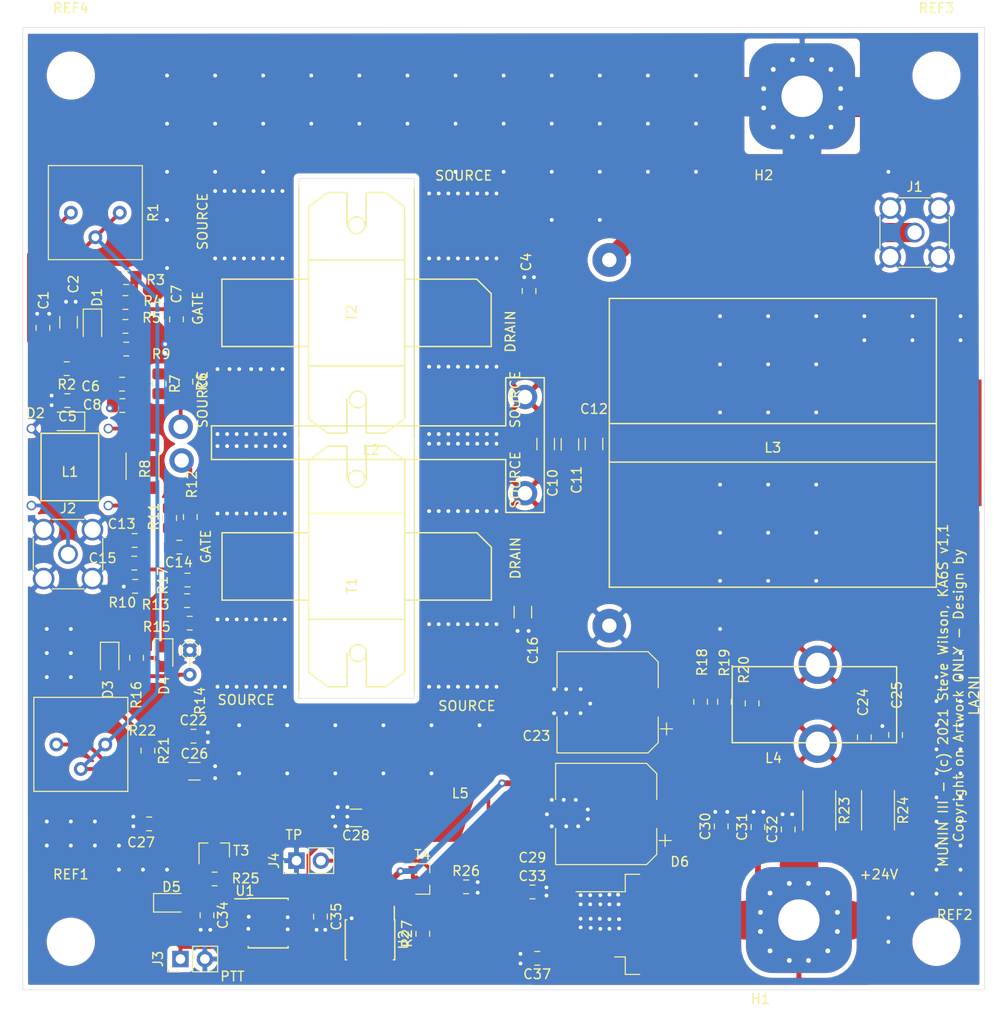
<source format=kicad_pcb>
(kicad_pcb (version 20171130) (host pcbnew 6.0.0-rc1-unknown-e7fa02a~66~ubuntu18.04.1)
  (title_block (title "Munin III by LA2NI - Layout By Steve Wilson KA6S"))
  (layers (0 F.Cu signal) (31 B.Cu signal) (34 B.Paste user) (35 F.Paste user) (36 B.SilkS user) (37 F.SilkS user) (38 B.Mask user) (39 F.Mask user) (44 Edge.Cuts user))
  (net 0 "")
  (net 1 GND)
  (net 2 "Net-(C1-Pad1)")
  (net 3 "Net-(C10-Pad1)")
  (net 4 /8VBIAS)
  (net 5 "Net-(C6-Pad2)")
  (net 6 "Net-(C13-Pad1)")
  (net 7 "Net-(C10-Pad2)")
  (net 8 "Net-(C13-Pad2)")
  (net 9 "Net-(C14-Pad2)")
  (net 10 "Net-(C14-Pad1)")
  (net 11 "Net-(C22-Pad1)")
  (net 12 "Net-(C28-Pad1)")
  (net 13 +24V)
  (net 14 "Net-(C33-Pad1)")
  (net 15 /+8V)
  (net 16 "Net-(C37-Pad1)")
  (net 17 "Net-(D1-Pad1)")
  (net 18 "Net-(D2-Pad1)")
  (net 19 "Net-(D4-Pad1)")
  (net 20 "Net-(D5-Pad2)")
  (net 21 "Net-(L2-Pad3)")
  (net 22 "Net-(L2-Pad4)")
  (net 23 "Net-(L3-Pad4)")
  (net 24 "Net-(R1-Pad1)")
  (net 25 "Net-(R14-Pad2)")
  (net 26 "Net-(R21-Pad2)")
  (net 27 "Net-(R27-Pad2)")
  (net 28 "Net-(T4-Pad2)")
  (net 29 "Net-(U1-Pad4)")
  (net 30 "Net-(U1-Pad5)")
  (net 31 "Net-(J1-Pad1)")
  (net 32 "Net-(J2-Pad1)")
  (net 33 "Net-(C23-Pad1)")
  (net 34 "Net-(C7-Pad1)")
  (net 35 "Net-(C7-Pad2)")
  (net 36 "Net-(C6-Pad1)")
  (module Capacitor_SMD:CP_Elec_10x10 (layer F.Cu) (at 160.662 131.717 180)
    (fp_text reference C29 (at 7.673 -4.534 180) (layer F.SilkS))
    (fp_text value "560uF 35V")
    (pad 2 smd roundrect (at 4 0 180) (size 4 2.5) (layers F.Cu F.Paste F.Mask) (roundrect_rratio 0.1) (net 1 GND))
    (pad 1 smd roundrect (at -4 0 180) (size 4 2.5) (layers F.Cu F.Paste F.Mask) (roundrect_rratio 0.1) (net 13 +24V))
  )
  (module MountingHole:MountingHole_6mm (layer F.Cu) (at 105 145)
    (fp_text reference REF1 (at 0 -7) (layer F.SilkS))
    (fp_text value MountingHole_6mm)
    (pad "" np_thru_hole circle (at 0 0) (size 4 4) (drill 4) (layers *.Cu *.Mask))
  )
  (module MountingHole:MountingHole_6mm (layer F.Cu) (at 105 55)
    (fp_text reference REF4 (at 0 -7) (layer F.SilkS))
    (fp_text value MountingHole_6mm)
    (pad "" np_thru_hole circle (at 0 0) (size 4 4) (drill 4) (layers *.Cu *.Mask))
  )
  (module MountingHole:MountingHole_6mm (layer F.Cu) (at 195 55)
    (fp_text reference REF3 (at 0 -7) (layer F.SilkS))
    (fp_text value MountingHole_6mm)
    (pad "" np_thru_hole circle (at 0 0) (size 4 4) (drill 4) (layers *.Cu *.Mask))
  )
  (module MountingHole:MountingHole_6mm (layer F.Cu) (at 195 145)
    (fp_text reference REF2 (at 1.9 -2.8) (layer F.SilkS))
    (fp_text value MountingHole_6mm)
    (pad "" np_thru_hole circle (at 0 0) (size 4 4) (drill 4) (layers *.Cu *.Mask))
  )
  (module Capacitor_SMD:C_0805_2012Metric_Pad1.15x1.40mm_HandSolder (layer F.Cu) (at 102.101 81.218 90)
    (fp_text reference C1 (at 2.869 0.068 90) (layer F.SilkS))
    (fp_text value 0.1uF)
    (pad 2 smd roundrect (at 1.025 0 90) (size 1.15 1.4) (layers F.Cu F.Paste F.Mask) (roundrect_rratio 0.217391) (net 1 GND))
    (pad 1 smd roundrect (at -1.025 0 90) (size 1.15 1.4) (layers F.Cu F.Paste F.Mask) (roundrect_rratio 0.217391) (net 2 "Net-(C1-Pad1)"))
  )
  (module Capacitor_SMD:C_0805_2012Metric_Pad1.15x1.40mm_HandSolder (layer F.Cu) (at 104.644 88.77 180)
    (fp_text reference C5 (at 0 -1.65 180) (layer F.SilkS))
    (fp_text value 0.1uF)
    (pad 2 smd roundrect (at 1.025 0 180) (size 1.15 1.4) (layers F.Cu F.Paste F.Mask) (roundrect_rratio 0.217391) (net 1 GND))
    (pad 1 smd roundrect (at -1.025 0 180) (size 1.15 1.4) (layers F.Cu F.Paste F.Mask) (roundrect_rratio 0.217391) (net 4 /8VBIAS))
  )
  (module Capacitor_SMD:C_0805_2012Metric_Pad1.15x1.40mm_HandSolder (layer F.Cu) (at 110.329 87.064)
    (fp_text reference C6 (at -3.271 0.222) (layer F.SilkS))
    (fp_text value 10nF)
    (pad 2 smd roundrect (at 1.025 0) (size 1.15 1.4) (layers F.Cu F.Paste F.Mask) (roundrect_rratio 0.217391) (net 5 "Net-(C6-Pad2)"))
    (pad 1 smd roundrect (at -1.025 0) (size 1.15 1.4) (layers F.Cu F.Paste F.Mask) (roundrect_rratio 0.217391) (net 36 "Net-(C6-Pad1)"))
  )
  (module Capacitor_SMD:C_0805_2012Metric_Pad1.15x1.40mm_HandSolder (layer F.Cu) (at 110.363 89.286)
    (fp_text reference C8 (at -3.147 -0.083) (layer F.SilkS))
    (fp_text value 1nF)
    (pad 1 smd roundrect (at -1.025 0) (size 1.15 1.4) (layers F.Cu F.Paste F.Mask) (roundrect_rratio 0.217391) (net 36 "Net-(C6-Pad1)"))
    (pad 2 smd roundrect (at 1.025 0) (size 1.15 1.4) (layers F.Cu F.Paste F.Mask) (roundrect_rratio 0.217391) (net 5 "Net-(C6-Pad2)"))
  )
  (module Capacitor_SMD:C_1206_3216Metric_Pad1.42x1.75mm_HandSolder (layer F.Cu) (at 154.371 93.283 270)
    (fp_text reference C10 (at 4.043 -0.725 270) (layer F.SilkS))
    (fp_text value 220pF/500V/NPO)
    (pad 1 smd roundrect (at -1.4875 0 270) (size 1.425 1.75) (layers F.Cu F.Paste F.Mask) (roundrect_rratio 0.175439) (net 3 "Net-(C10-Pad1)"))
    (pad 2 smd roundrect (at 1.4875 0 270) (size 1.425 1.75) (layers F.Cu F.Paste F.Mask) (roundrect_rratio 0.175439) (net 7 "Net-(C10-Pad2)"))
  )
  (module Capacitor_SMD:C_1206_3216Metric_Pad1.42x1.75mm_HandSolder (layer F.Cu) (at 156.893 93.318 270)
    (fp_text reference C11 (at 3.693 -0.693 270) (layer F.SilkS))
    (fp_text value 220pF/500V/NPO)
    (pad 2 smd roundrect (at 1.4875 0 270) (size 1.425 1.75) (layers F.Cu F.Paste F.Mask) (roundrect_rratio 0.175439) (net 7 "Net-(C10-Pad2)"))
    (pad 1 smd roundrect (at -1.4875 0 270) (size 1.425 1.75) (layers F.Cu F.Paste F.Mask) (roundrect_rratio 0.175439) (net 3 "Net-(C10-Pad1)"))
  )
  (module Capacitor_SMD:C_1206_3216Metric_Pad1.42x1.75mm_HandSolder (layer F.Cu) (at 159.393 93.274 270)
    (fp_text reference C12 (at -3.634 0) (layer F.SilkS))
    (fp_text value 220pF/500V/NPO)
    (pad 2 smd roundrect (at 1.4875 0 270) (size 1.425 1.75) (layers F.Cu F.Paste F.Mask) (roundrect_rratio 0.175439) (net 7 "Net-(C10-Pad2)"))
    (pad 1 smd roundrect (at -1.4875 0 270) (size 1.425 1.75) (layers F.Cu F.Paste F.Mask) (roundrect_rratio 0.175439) (net 3 "Net-(C10-Pad1)"))
  )
  (module Capacitor_SMD:C_0805_2012Metric_Pad1.15x1.40mm_HandSolder (layer F.Cu) (at 111.634 103.302 180)
    (fp_text reference C13 (at 1.35 1.72 180) (layer F.SilkS))
    (fp_text value 10nF)
    (pad 2 smd roundrect (at 1.025 0 180) (size 1.15 1.4) (layers F.Cu F.Paste F.Mask) (roundrect_rratio 0.217391) (net 8 "Net-(C13-Pad2)"))
    (pad 1 smd roundrect (at -1.025 0 180) (size 1.15 1.4) (layers F.Cu F.Paste F.Mask) (roundrect_rratio 0.217391) (net 6 "Net-(C13-Pad1)"))
  )
  (module Capacitor_SMD:C_0805_2012Metric_Pad1.15x1.40mm_HandSolder (layer F.Cu) (at 116.283 103.997)
    (fp_text reference C14 (at -0.053 1.581) (layer F.SilkS))
    (fp_text value 10nF)
    (pad 2 smd roundrect (at 1.025 0) (size 1.15 1.4) (layers F.Cu F.Paste F.Mask) (roundrect_rratio 0.217391) (net 9 "Net-(C14-Pad2)"))
    (pad 1 smd roundrect (at -1.025 0) (size 1.15 1.4) (layers F.Cu F.Paste F.Mask) (roundrect_rratio 0.217391) (net 10 "Net-(C14-Pad1)"))
  )
  (module Capacitor_SMD:C_0805_2012Metric_Pad1.15x1.40mm_HandSolder (layer F.Cu) (at 111.608 105.657 180)
    (fp_text reference C15 (at 3.309 0.513) (layer F.SilkS))
    (fp_text value 1nF)
    (pad 1 smd roundrect (at -1.025 0 180) (size 1.15 1.4) (layers F.Cu F.Paste F.Mask) (roundrect_rratio 0.217391) (net 6 "Net-(C13-Pad1)"))
    (pad 2 smd roundrect (at 1.025 0 180) (size 1.15 1.4) (layers F.Cu F.Paste F.Mask) (roundrect_rratio 0.217391) (net 8 "Net-(C13-Pad2)"))
  )
  (module Capacitor_SMD:C_1206_3216Metric_Pad1.42x1.75mm_HandSolder (layer F.Cu) (at 152 110.75 270)
    (fp_text reference C16 (at 3.98 -1.038 270) (layer F.SilkS))
    (fp_text value 100pF/500V/NPO)
    (pad 1 smd roundrect (at -1.4875 0 270) (size 1.425 1.75) (layers F.Cu F.Paste F.Mask) (roundrect_rratio 0.175439) (net 7 "Net-(C10-Pad2)"))
    (pad 2 smd roundrect (at 1.4875 0 270) (size 1.425 1.75) (layers F.Cu F.Paste F.Mask) (roundrect_rratio 0.175439) (net 1 GND))
  )
  (module Capacitor_SMD:C_0805_2012Metric_Pad1.15x1.40mm_HandSolder (layer F.Cu) (at 117.751 123.637)
    (fp_text reference C22 (at 0 -1.65) (layer F.SilkS))
    (fp_text value 0.1uF)
    (pad 1 smd roundrect (at -1.025 0) (size 1.15 1.4) (layers F.Cu F.Paste F.Mask) (roundrect_rratio 0.217391) (net 11 "Net-(C22-Pad1)"))
    (pad 2 smd roundrect (at 1.025 0) (size 1.15 1.4) (layers F.Cu F.Paste F.Mask) (roundrect_rratio 0.217391) (net 1 GND))
  )
  (module Capacitor_SMD:C_0805_2012Metric_Pad1.15x1.40mm_HandSolder (layer F.Cu) (at 187.5 123.75 90)
    (fp_text reference C24 (at 3.638 -0.134 90) (layer F.SilkS))
    (fp_text value 1uF)
    (pad 2 smd roundrect (at 1.025 0 90) (size 1.15 1.4) (layers F.Cu F.Paste F.Mask) (roundrect_rratio 0.217391) (net 1 GND))
    (pad 1 smd roundrect (at -1.025 0 90) (size 1.15 1.4) (layers F.Cu F.Paste F.Mask) (roundrect_rratio 0.217391) (net 33 "Net-(C23-Pad1)"))
  )
  (module Capacitor_SMD:C_0805_2012Metric_Pad1.15x1.40mm_HandSolder (layer F.Cu) (at 190.75 123.5 90)
    (fp_text reference C25 (at 4.132 0.134 90) (layer F.SilkS))
    (fp_text value 100nF)
    (pad 1 smd roundrect (at -1.025 0 90) (size 1.15 1.4) (layers F.Cu F.Paste F.Mask) (roundrect_rratio 0.217391) (net 33 "Net-(C23-Pad1)"))
    (pad 2 smd roundrect (at 1.025 0 90) (size 1.15 1.4) (layers F.Cu F.Paste F.Mask) (roundrect_rratio 0.217391) (net 1 GND))
  )
  (module Capacitor_SMD:C_0805_2012Metric_Pad1.15x1.40mm_HandSolder (layer F.Cu) (at 113.144 132.749 180)
    (fp_text reference C27 (at 0.84 -1.92 180) (layer F.SilkS))
    (fp_text value 0.1uF)
    (pad 1 smd roundrect (at -1.025 0 180) (size 1.15 1.4) (layers F.Cu F.Paste F.Mask) (roundrect_rratio 0.217391) (net 4 /8VBIAS))
    (pad 2 smd roundrect (at 1.025 0 180) (size 1.15 1.4) (layers F.Cu F.Paste F.Mask) (roundrect_rratio 0.217391) (net 1 GND))
  )
  (module Capacitor_SMD:C_0805_2012Metric_Pad1.15x1.40mm_HandSolder (layer F.Cu) (at 172.62 133.003 90)
    (fp_text reference C30 (at 0 -1.65 90) (layer F.SilkS))
    (fp_text value 100nF)
    (pad 2 smd roundrect (at 1.025 0 90) (size 1.15 1.4) (layers F.Cu F.Paste F.Mask) (roundrect_rratio 0.217391) (net 1 GND))
    (pad 1 smd roundrect (at -1.025 0 90) (size 1.15 1.4) (layers F.Cu F.Paste F.Mask) (roundrect_rratio 0.217391) (net 13 +24V))
  )
  (module Capacitor_SMD:C_0805_2012Metric_Pad1.15x1.40mm_HandSolder (layer F.Cu) (at 176.439 133.067 90)
    (fp_text reference C31 (at 0 -1.65 90) (layer F.SilkS))
    (fp_text value 100nF)
    (pad 1 smd roundrect (at -1.025 0 90) (size 1.15 1.4) (layers F.Cu F.Paste F.Mask) (roundrect_rratio 0.217391) (net 13 +24V))
    (pad 2 smd roundrect (at 1.025 0 90) (size 1.15 1.4) (layers F.Cu F.Paste F.Mask) (roundrect_rratio 0.217391) (net 1 GND))
  )
  (module Capacitor_SMD:C_0805_2012Metric_Pad1.15x1.40mm_HandSolder (layer F.Cu) (at 179.584 133.322 90)
    (fp_text reference C32 (at 0 -1.65 90) (layer F.SilkS))
    (fp_text value 1uF)
    (pad 1 smd roundrect (at -1.025 0 90) (size 1.15 1.4) (layers F.Cu F.Paste F.Mask) (roundrect_rratio 0.217391) (net 13 +24V))
    (pad 2 smd roundrect (at 1.025 0 90) (size 1.15 1.4) (layers F.Cu F.Paste F.Mask) (roundrect_rratio 0.217391) (net 1 GND))
  )
  (module Capacitor_SMD:C_0805_2012Metric_Pad1.15x1.40mm_HandSolder (layer F.Cu) (at 152.996 139.819)
    (fp_text reference C33 (at 0 -1.65) (layer F.SilkS))
    (fp_text value 0.01uF)
    (pad 2 smd roundrect (at 1.025 0) (size 1.15 1.4) (layers F.Cu F.Paste F.Mask) (roundrect_rratio 0.217391) (net 1 GND))
    (pad 1 smd roundrect (at -1.025 0) (size 1.15 1.4) (layers F.Cu F.Paste F.Mask) (roundrect_rratio 0.217391) (net 14 "Net-(C33-Pad1)"))
  )
  (module Capacitor_SMD:C_0805_2012Metric_Pad1.15x1.40mm_HandSolder (layer F.Cu) (at 119.154 142.237 270)
    (fp_text reference C34 (at 0 -1.65 270) (layer F.SilkS))
    (fp_text value 1uF)
    (pad 1 smd roundrect (at -1.025 0 270) (size 1.15 1.4) (layers F.Cu F.Paste F.Mask) (roundrect_rratio 0.217391) (net 15 /+8V))
    (pad 2 smd roundrect (at 1.025 0 270) (size 1.15 1.4) (layers F.Cu F.Paste F.Mask) (roundrect_rratio 0.217391) (net 1 GND))
  )
  (module Capacitor_SMD:C_0805_2012Metric_Pad1.15x1.40mm_HandSolder (layer F.Cu) (at 130.955 142.376 270)
    (fp_text reference C35 (at 0 -1.65 270) (layer F.SilkS))
    (fp_text value 1uF)
    (pad 2 smd roundrect (at 1.025 0 270) (size 1.15 1.4) (layers F.Cu F.Paste F.Mask) (roundrect_rratio 0.217391) (net 1 GND))
    (pad 1 smd roundrect (at -1.025 0 270) (size 1.15 1.4) (layers F.Cu F.Paste F.Mask) (roundrect_rratio 0.217391) (net 12 "Net-(C28-Pad1)"))
  )
  (module Capacitor_SMD:C_0805_2012Metric_Pad1.15x1.40mm_HandSolder (layer F.Cu) (at 153.49 146.713 180)
    (fp_text reference C37 (at 0 -1.65 180) (layer F.SilkS))
    (fp_text value 0.01uF)
    (pad 2 smd roundrect (at 1.025 0 180) (size 1.15 1.4) (layers F.Cu F.Paste F.Mask) (roundrect_rratio 0.217391) (net 1 GND))
    (pad 1 smd roundrect (at -1.025 0 180) (size 1.15 1.4) (layers F.Cu F.Paste F.Mask) (roundrect_rratio 0.217391) (net 16 "Net-(C37-Pad1)"))
  )
  (module Package_TO_SOT_SMD:TO-263-3_TabPin4 (layer F.Cu) (at 165.597 143.184)
    (fp_text reference D6 (at 2.716 -6.501) (layer F.SilkS))
    (fp_text value "MBRS2545CT RN")
    (pad 1 smd rect (at -5.775 -2.54) (size 4.6 1.1) (layers F.Cu F.Paste F.Mask) (net 1 GND))
    (pad 2 smd rect (at -5.775 0) (size 4.6 1.1) (layers F.Cu F.Paste F.Mask) (net 1 GND))
    (pad 3 smd rect (at -5.775 2.54) (size 4.6 1.1) (layers F.Cu F.Paste F.Mask) (net 13 +24V))
    (pad 4 smd rect (at 3.375 0) (size 9.4 10.8) (layers F.Cu F.Mask))
  )
  (module Connector_PinHeader_2.54mm:PinHeader_1x02_P2.54mm_Vertical (layer F.Cu) (at 116.397 146.788 90)
    (fp_text reference J3 (at 0 -2.33 90) (layer F.SilkS))
    (fp_text value Conn_01x02_Male)
    (pad 1 thru_hole rect (at 0 0 90) (size 1.7 1.7) (drill 1) (layers *.Cu *.Mask) (net 16 "Net-(C37-Pad1)"))
    (pad 2 thru_hole oval (at 0 2.54 90) (size 1.7 1.7) (drill 1) (layers *.Cu *.Mask) (net 1 GND))
  )
  (module Connector_PinHeader_2.54mm:PinHeader_1x02_P2.54mm_Vertical (layer F.Cu) (at 128.458 136.568 90)
    (fp_text reference J4 (at 0 -2.33 90) (layer F.SilkS))
    (fp_text value Conn_01x02_Male)
    (pad 2 thru_hole oval (at 0 2.54 90) (size 1.7 1.7) (drill 1) (layers *.Cu *.Mask) (net 14 "Net-(C33-Pad1)"))
    (pad 1 thru_hole rect (at 0 0 90) (size 1.7 1.7) (drill 1) (layers *.Cu *.Mask) (net 1 GND))
  )
  (module Transformer_THT:RF_Input_XFMR (layer F.Cu) (at 104.903 95.675)
    (fp_text reference L1 (at 0 0.5) (layer F.SilkS))
    (fp_text value Transformer_1P_1S)
    (pad 1 thru_hole circle (at -4 -4 90) (size 1 1) (drill 0.7) (layers *.Cu *.Mask) (net 1 GND))
    (pad 2 thru_hole circle (at -4 4 90) (size 1 1) (drill 0.7) (layers *.Cu *.Mask) (net 32 "Net-(J2-Pad1)"))
    (pad 4 thru_hole circle (at 4 4 90) (size 1 1) (drill 0.7) (layers *.Cu *.Mask) (net 8 "Net-(C13-Pad2)"))
    (pad 3 thru_hole circle (at 4 -4 90) (size 1 1) (drill 0.7) (layers *.Cu *.Mask) (net 5 "Net-(C6-Pad2)"))
  )
  (module Transformer_THT:HF_Power_Xfmr (layer F.Cu) (at 177.986 93.159)
    (fp_text reference L3 (at 0 0.5) (layer F.SilkS))
    (fp_text value Transformer_1P_SS)
    (pad 1 smd rect (at -17 -10.5) (size 13.15 9.4) (layers F.Cu F.Paste F.Mask) (net 3 "Net-(C10-Pad1)"))
    (pad 2 smd rect (at -17 10.5) (size 13.15 9.4) (layers F.Cu F.Paste F.Mask) (net 7 "Net-(C10-Pad2)"))
    (pad 4 smd rect (at 17 0 90) (size 13.15 9.4) (layers F.Cu F.Paste F.Mask) (net 23 "Net-(L3-Pad4)"))
    (pad 3 thru_hole circle (at -17 19 90) (size 3.5 3.5) (drill 1.5) (layers *.Cu *.Mask) (net 1 GND))
    (pad 5 thru_hole circle (at -17 -19 90) (size 3.5 3.5) (drill 1.5) (layers *.Cu *.Mask) (net 31 "Net-(J1-Pad1)"))
  )
  (module Transformer_THT:RF_Choke (layer F.Cu) (at 173.861 120.314)
    (fp_text reference L4 (at 4.2 5.6) (layer F.SilkS))
    (fp_text value FT-50-43)
    (pad 1 thru_hole circle (at 8.8 -4.1 90) (size 4 4) (drill 2.5) (layers *.Cu *.Mask) (net 23 "Net-(L3-Pad4)"))
    (pad 2 thru_hole circle (at 8.8 4.1 90) (size 4 4) (drill 2.5) (layers *.Cu *.Mask) (net 33 "Net-(C23-Pad1)"))
  )
  (module Potentiometer_THT:Potentiometer_Bourns_3386P_Vertical (layer F.Cu) (at 105.007 69.258 270)
    (fp_text reference R1 (at -0.015 -8.555 270) (layer F.SilkS))
    (fp_text value 2K)
    (pad 1 thru_hole circle (at 0 0 270) (size 1.44 1.44) (drill 0.8) (layers *.Cu *.Mask) (net 24 "Net-(R1-Pad1)"))
    (pad 2 thru_hole circle (at 2.54 -2.54 270) (size 1.44 1.44) (drill 0.8) (layers *.Cu *.Mask) (net 4 /8VBIAS))
    (pad 3 thru_hole circle (at 0 -5.08 270) (size 1.44 1.44) (drill 0.8) (layers *.Cu *.Mask) (net 4 /8VBIAS))
  )
  (module Resistor_SMD:R_0805_2012Metric_Pad1.15x1.40mm_HandSolder (layer F.Cu) (at 104.57 85.451 180)
    (fp_text reference R2 (at 0 -1.65 180) (layer F.SilkS))
    (fp_text value 1K)
    (pad 2 smd roundrect (at 1.025 0 180) (size 1.15 1.4) (layers F.Cu F.Paste F.Mask) (roundrect_rratio 0.217391) (net 24 "Net-(R1-Pad1)"))
    (pad 1 smd roundrect (at -1.025 0 180) (size 1.15 1.4) (layers F.Cu F.Paste F.Mask) (roundrect_rratio 0.217391) (net 2 "Net-(C1-Pad1)"))
  )
  (module Resistor_SMD:R_0805_2012Metric_Pad1.15x1.40mm_HandSolder (layer F.Cu) (at 110.75 76 180)
    (fp_text reference R3 (at -3.07 -0.237 180) (layer F.SilkS))
    (fp_text value 22)
    (pad 1 smd roundrect (at -1.025 0 180) (size 1.15 1.4) (layers F.Cu F.Paste F.Mask) (roundrect_rratio 0.217391) (net 35 "Net-(C7-Pad2)"))
    (pad 2 smd roundrect (at 1.025 0 180) (size 1.15 1.4) (layers F.Cu F.Paste F.Mask) (roundrect_rratio 0.217391) (net 17 "Net-(D1-Pad1)"))
  )
  (module Resistor_SMD:R_0805_2012Metric_Pad1.15x1.40mm_HandSolder (layer F.Cu) (at 110.674 78.582)
    (fp_text reference R4 (at 2.833 -0.146) (layer F.SilkS))
    (fp_text value 4.7)
    (pad 2 smd roundrect (at 1.025 0) (size 1.15 1.4) (layers F.Cu F.Paste F.Mask) (roundrect_rratio 0.217391) (net 35 "Net-(C7-Pad2)"))
    (pad 1 smd roundrect (at -1.025 0) (size 1.15 1.4) (layers F.Cu F.Paste F.Mask) (roundrect_rratio 0.217391) (net 36 "Net-(C6-Pad1)"))
  )
  (module Resistor_SMD:R_0805_2012Metric_Pad1.15x1.40mm_HandSolder (layer F.Cu) (at 110.674 81.061)
    (fp_text reference R5 (at 2.716 -0.89) (layer F.SilkS))
    (fp_text value 4.7)
    (pad 1 smd roundrect (at -1.025 0) (size 1.15 1.4) (layers F.Cu F.Paste F.Mask) (roundrect_rratio 0.217391) (net 36 "Net-(C6-Pad1)"))
    (pad 2 smd roundrect (at 1.025 0) (size 1.15 1.4) (layers F.Cu F.Paste F.Mask) (roundrect_rratio 0.217391) (net 35 "Net-(C7-Pad2)"))
  )
  (module Resistor_SMD:R_0805_2012Metric_Pad1.15x1.40mm_HandSolder (layer F.Cu) (at 116.962 86.804 270)
    (fp_text reference R6 (at 0 -1.65 270) (layer F.SilkS))
    (fp_text value 22)
    (pad 1 smd roundrect (at -1.025 0 270) (size 1.15 1.4) (layers F.Cu F.Paste F.Mask) (roundrect_rratio 0.217391) (net 34 "Net-(C7-Pad1)"))
    (pad 2 smd roundrect (at 1.025 0 270) (size 1.15 1.4) (layers F.Cu F.Paste F.Mask) (roundrect_rratio 0.217391) (net 21 "Net-(L2-Pad3)"))
  )
  (module Resistor_SMD:R_0805_2012Metric_Pad1.15x1.40mm_HandSolder (layer F.Cu) (at 114.183 87.027 270)
    (fp_text reference R7 (at 0 -1.65 270) (layer F.SilkS))
    (fp_text value 22)
    (pad 2 smd roundrect (at 1.025 0 270) (size 1.15 1.4) (layers F.Cu F.Paste F.Mask) (roundrect_rratio 0.217391) (net 21 "Net-(L2-Pad3)"))
    (pad 1 smd roundrect (at -1.025 0 270) (size 1.15 1.4) (layers F.Cu F.Paste F.Mask) (roundrect_rratio 0.217391) (net 34 "Net-(C7-Pad1)"))
  )
  (module Resistor_SMD:R_1812_4532Metric_Pad1.30x3.40mm_HandSolder (layer F.Cu) (at 112.455 95.598 270)
    (fp_text reference R8 (at 0.27 -0.264 270) (layer F.SilkS))
    (fp_text value 100/1W)
    (pad 1 smd roundrect (at -2.225 0 270) (size 1.3 3.4) (layers F.Cu F.Paste F.Mask) (roundrect_rratio 0.192308) (net 5 "Net-(C6-Pad2)"))
    (pad 2 smd roundrect (at 2.225 0 270) (size 1.3 3.4) (layers F.Cu F.Paste F.Mask) (roundrect_rratio 0.192308) (net 8 "Net-(C13-Pad2)"))
  )
  (module Resistor_SMD:R_0805_2012Metric_Pad1.15x1.40mm_HandSolder (layer F.Cu) (at 110.771 83.417)
    (fp_text reference R9 (at 3.621 0.534) (layer F.SilkS))
    (fp_text value 1.5K)
    (pad 2 smd roundrect (at 1.025 0) (size 1.15 1.4) (layers F.Cu F.Paste F.Mask) (roundrect_rratio 0.217391) (net 1 GND))
    (pad 1 smd roundrect (at -1.025 0) (size 1.15 1.4) (layers F.Cu F.Paste F.Mask) (roundrect_rratio 0.217391) (net 36 "Net-(C6-Pad1)"))
  )
  (module Resistor_SMD:R_0805_2012Metric_Pad1.15x1.40mm_HandSolder (layer F.Cu) (at 111.687 108.066)
    (fp_text reference R10 (at -1.331 1.69) (layer F.SilkS))
    (fp_text value 1.5K)
    (pad 2 smd roundrect (at 1.025 0) (size 1.15 1.4) (layers F.Cu F.Paste F.Mask) (roundrect_rratio 0.217391) (net 6 "Net-(C13-Pad1)"))
    (pad 1 smd roundrect (at -1.025 0) (size 1.15 1.4) (layers F.Cu F.Paste F.Mask) (roundrect_rratio 0.217391) (net 1 GND))
  )
  (module Resistor_SMD:R_0805_2012Metric_Pad1.15x1.40mm_HandSolder (layer F.Cu) (at 115.276 100.977 90)
    (fp_text reference R11 (at 0.16 -1.657 90) (layer F.SilkS))
    (fp_text value 22)
    (pad 2 smd roundrect (at 1.025 0 90) (size 1.15 1.4) (layers F.Cu F.Paste F.Mask) (roundrect_rratio 0.217391) (net 22 "Net-(L2-Pad4)"))
    (pad 1 smd roundrect (at -1.025 0 90) (size 1.15 1.4) (layers F.Cu F.Paste F.Mask) (roundrect_rratio 0.217391) (net 10 "Net-(C14-Pad1)"))
  )
  (module Resistor_SMD:R_0805_2012Metric_Pad1.15x1.40mm_HandSolder (layer F.Cu) (at 117.424 100.863 90)
    (fp_text reference R12 (at 3.38 0.164 90) (layer F.SilkS))
    (fp_text value 22)
    (pad 1 smd roundrect (at -1.025 0 90) (size 1.15 1.4) (layers F.Cu F.Paste F.Mask) (roundrect_rratio 0.217391) (net 10 "Net-(C14-Pad1)"))
    (pad 2 smd roundrect (at 1.025 0 90) (size 1.15 1.4) (layers F.Cu F.Paste F.Mask) (roundrect_rratio 0.217391) (net 22 "Net-(L2-Pad4)"))
  )
  (module Resistor_SMD:R_0805_2012Metric_Pad1.15x1.40mm_HandSolder (layer F.Cu) (at 117.092 109.557)
    (fp_text reference R13 (at -3.281 0.415) (layer F.SilkS))
    (fp_text value 4.7)
    (pad 1 smd roundrect (at -1.025 0) (size 1.15 1.4) (layers F.Cu F.Paste F.Mask) (roundrect_rratio 0.217391) (net 6 "Net-(C13-Pad1)"))
    (pad 2 smd roundrect (at 1.025 0) (size 1.15 1.4) (layers F.Cu F.Paste F.Mask) (roundrect_rratio 0.217391) (net 9 "Net-(C14-Pad2)"))
  )
  (module Resistor_THT:R_Axial_DIN0204_L3.6mm_D1.6mm_P2.54mm_Vertical (layer F.Cu) (at 117.368 114.706 270)
    (fp_text reference R14 (at 5.254 -1.063 270) (layer F.SilkS))
    (fp_text value "NTC 10K")
    (pad 1 thru_hole circle (at 0 0 270) (size 1.4 1.4) (drill 0.7) (layers *.Cu *.Mask) (net 1 GND))
    (pad 2 thru_hole oval (at 2.54 0 270) (size 1.4 1.4) (drill 0.7) (layers *.Cu *.Mask) (net 25 "Net-(R14-Pad2)"))
  )
  (module Resistor_SMD:R_0805_2012Metric_Pad1.15x1.40mm_HandSolder (layer F.Cu) (at 117.363 111.892)
    (fp_text reference R15 (at -3.432 0.383 180) (layer F.SilkS))
    (fp_text value 4.7)
    (pad 2 smd roundrect (at 1.025 0) (size 1.15 1.4) (layers F.Cu F.Paste F.Mask) (roundrect_rratio 0.217391) (net 9 "Net-(C14-Pad2)"))
    (pad 1 smd roundrect (at -1.025 0) (size 1.15 1.4) (layers F.Cu F.Paste F.Mask) (roundrect_rratio 0.217391) (net 6 "Net-(C13-Pad1)"))
  )
  (module Resistor_SMD:R_0805_2012Metric_Pad1.15x1.40mm_HandSolder (layer F.Cu) (at 111.833 115.491 90)
    (fp_text reference R16 (at -3.861 -0.015 90) (layer F.SilkS))
    (fp_text value 3.9K)
    (pad 2 smd roundrect (at 1.025 0 90) (size 1.15 1.4) (layers F.Cu F.Paste F.Mask) (roundrect_rratio 0.217391) (net 18 "Net-(D2-Pad1)"))
    (pad 1 smd roundrect (at -1.025 0 90) (size 1.15 1.4) (layers F.Cu F.Paste F.Mask) (roundrect_rratio 0.217391) (net 25 "Net-(R14-Pad2)"))
  )
  (module Resistor_SMD:R_0805_2012Metric_Pad1.15x1.40mm_HandSolder (layer F.Cu) (at 117.126 107.415 180)
    (fp_text reference R17 (at 2.571 -0.061 270) (layer F.SilkS))
    (fp_text value 22)
    (pad 1 smd roundrect (at -1.025 0 180) (size 1.15 1.4) (layers F.Cu F.Paste F.Mask) (roundrect_rratio 0.217391) (net 9 "Net-(C14-Pad2)"))
    (pad 2 smd roundrect (at 1.025 0 180) (size 1.15 1.4) (layers F.Cu F.Paste F.Mask) (roundrect_rratio 0.217391) (net 19 "Net-(D4-Pad1)"))
  )
  (module Resistor_SMD:R_0805_2012Metric_Pad1.15x1.40mm_HandSolder (layer F.Cu) (at 170.48 120.071 270)
    (fp_text reference R18 (at -4.113 -0.155 270) (layer F.SilkS))
    (fp_text value 4.7)
    (pad 1 smd roundrect (at -1.025 0 270) (size 1.15 1.4) (layers F.Cu F.Paste F.Mask) (roundrect_rratio 0.217391) (net 23 "Net-(L3-Pad4)"))
    (pad 2 smd roundrect (at 1.025 0 270) (size 1.15 1.4) (layers F.Cu F.Paste F.Mask) (roundrect_rratio 0.217391) (net 33 "Net-(C23-Pad1)"))
  )
  (module Resistor_SMD:R_0805_2012Metric_Pad1.15x1.40mm_HandSolder (layer F.Cu) (at 172.963 120.071 270)
    (fp_text reference R19 (at -4.077 0.007 270) (layer F.SilkS))
    (fp_text value 4.7)
    (pad 2 smd roundrect (at 1.025 0 270) (size 1.15 1.4) (layers F.Cu F.Paste F.Mask) (roundrect_rratio 0.217391) (net 33 "Net-(C23-Pad1)"))
    (pad 1 smd roundrect (at -1.025 0 270) (size 1.15 1.4) (layers F.Cu F.Paste F.Mask) (roundrect_rratio 0.217391) (net 23 "Net-(L3-Pad4)"))
  )
  (module Resistor_SMD:R_0805_2012Metric_Pad1.15x1.40mm_HandSolder (layer F.Cu) (at 175.834 120.226 270)
    (fp_text reference R20 (at -3.492 0.853 270) (layer F.SilkS))
    (fp_text value 4.7)
    (pad 2 smd roundrect (at 1.025 0 270) (size 1.15 1.4) (layers F.Cu F.Paste F.Mask) (roundrect_rratio 0.217391) (net 33 "Net-(C23-Pad1)"))
    (pad 1 smd roundrect (at -1.025 0 270) (size 1.15 1.4) (layers F.Cu F.Paste F.Mask) (roundrect_rratio 0.217391) (net 23 "Net-(L3-Pad4)"))
  )
  (module Resistor_SMD:R_0805_2012Metric_Pad1.15x1.40mm_HandSolder (layer F.Cu) (at 113.012 125.139 270)
    (fp_text reference R21 (at 0 -1.65 270) (layer F.SilkS))
    (fp_text value 1K)
    (pad 1 smd roundrect (at -1.025 0 270) (size 1.15 1.4) (layers F.Cu F.Paste F.Mask) (roundrect_rratio 0.217391) (net 11 "Net-(C22-Pad1)"))
    (pad 2 smd roundrect (at 1.025 0 270) (size 1.15 1.4) (layers F.Cu F.Paste F.Mask) (roundrect_rratio 0.217391) (net 26 "Net-(R21-Pad2)"))
  )
  (module Potentiometer_THT:Potentiometer_Bourns_3386P_Vertical (layer F.Cu) (at 103.5 124.5 270)
    (fp_text reference R22 (at -1.444 -8.948) (layer F.SilkS))
    (fp_text value 2K)
    (pad 3 thru_hole circle (at 0 -5.08 270) (size 1.44 1.44) (drill 0.8) (layers *.Cu *.Mask) (net 4 /8VBIAS))
    (pad 2 thru_hole circle (at 2.54 -2.54 270) (size 1.44 1.44) (drill 0.8) (layers *.Cu *.Mask) (net 4 /8VBIAS))
    (pad 1 thru_hole circle (at 0 0 270) (size 1.44 1.44) (drill 0.8) (layers *.Cu *.Mask) (net 26 "Net-(R21-Pad2)"))
  )
  (module Resistor_SMD:R_2512_6332Metric_Pad1.52x3.35mm_HandSolder (layer F.Cu) (at 182.814 131.367 270)
    (fp_text reference R23 (at 0 -2.62 270) (layer F.SilkS))
    (fp_text value 0.02)
    (pad 2 smd roundrect (at 2.9875 0 270) (size 1.525 3.35) (layers F.Cu F.Paste F.Mask) (roundrect_rratio 0.163934) (net 13 +24V))
    (pad 1 smd roundrect (at -2.9875 0 270) (size 1.525 3.35) (layers F.Cu F.Paste F.Mask) (roundrect_rratio 0.163934) (net 33 "Net-(C23-Pad1)"))
  )
  (module Resistor_SMD:R_2512_6332Metric_Pad1.52x3.35mm_HandSolder (layer F.Cu) (at 188.921 131.338 270)
    (fp_text reference R24 (at 0 -2.62 270) (layer F.SilkS))
    (fp_text value 0.02)
    (pad 1 smd roundrect (at -2.9875 0 270) (size 1.525 3.35) (layers F.Cu F.Paste F.Mask) (roundrect_rratio 0.163934) (net 33 "Net-(C23-Pad1)"))
    (pad 2 smd roundrect (at 2.9875 0 270) (size 1.525 3.35) (layers F.Cu F.Paste F.Mask) (roundrect_rratio 0.163934) (net 13 +24V))
  )
  (module Resistor_SMD:R_0805_2012Metric_Pad1.15x1.40mm_HandSolder (layer F.Cu) (at 119.948 138.468)
    (fp_text reference R25 (at 3.225 -0.049) (layer F.SilkS))
    (fp_text value 10K)
    (pad 1 smd roundrect (at -1.025 0) (size 1.15 1.4) (layers F.Cu F.Paste F.Mask) (roundrect_rratio 0.217391) (net 20 "Net-(D5-Pad2)"))
    (pad 2 smd roundrect (at 1.025 0) (size 1.15 1.4) (layers F.Cu F.Paste F.Mask) (roundrect_rratio 0.217391) (net 15 /+8V))
  )
  (module Resistor_SMD:R_0805_2012Metric_Pad1.15x1.40mm_HandSolder (layer F.Cu) (at 146.093 139.288)
    (fp_text reference R26 (at 0 -1.65) (layer F.SilkS))
    (fp_text value 1K)
    (pad 1 smd roundrect (at -1.025 0) (size 1.15 1.4) (layers F.Cu F.Paste F.Mask) (roundrect_rratio 0.217391) (net 14 "Net-(C33-Pad1)"))
    (pad 2 smd roundrect (at 1.025 0) (size 1.15 1.4) (layers F.Cu F.Paste F.Mask) (roundrect_rratio 0.217391) (net 1 GND))
  )
  (module Resistor_SMD:R_0805_2012Metric_Pad1.15x1.40mm_HandSolder (layer F.Cu) (at 141.597 144.164 90)
    (fp_text reference R27 (at 0 -1.65 90) (layer F.SilkS))
    (fp_text value 50)
    (pad 1 smd roundrect (at -1.025 0 90) (size 1.15 1.4) (layers F.Cu F.Paste F.Mask) (roundrect_rratio 0.217391) (net 13 +24V))
    (pad 2 smd roundrect (at 1.025 0 90) (size 1.15 1.4) (layers F.Cu F.Paste F.Mask) (roundrect_rratio 0.217391) (net 27 "Net-(R27-Pad2)"))
  )
  (module Package_TO_SOT_SMD:SOT-23 (layer F.Cu) (at 141.56 138.469)
    (fp_text reference T4 (at 0 -2.5) (layer F.SilkS))
    (fp_text value BST82)
    (pad 3 smd rect (at 1 0) (size 0.9 0.8) (layers F.Cu F.Paste F.Mask) (net 14 "Net-(C33-Pad1)"))
    (pad 2 smd rect (at -1 0.95) (size 0.9 0.8) (layers F.Cu F.Paste F.Mask) (net 28 "Net-(T4-Pad2)"))
    (pad 1 smd rect (at -1 -0.95) (size 0.9 0.8) (layers F.Cu F.Paste F.Mask) (net 27 "Net-(R27-Pad2)"))
  )
  (module Package_SO:SOIC-8_3.9x4.9mm_P1.27mm (layer F.Cu) (at 125.515 143.056)
    (fp_text reference U1 (at -2.415 -3.356) (layer F.SilkS))
    (fp_text value MC78L08_SO8)
    (pad 1 smd rect (at -2.7 -1.905) (size 1.55 0.6) (layers F.Cu F.Paste F.Mask) (net 15 /+8V))
    (pad 2 smd rect (at -2.7 -0.635) (size 1.55 0.6) (layers F.Cu F.Paste F.Mask) (net 1 GND))
    (pad 3 smd rect (at -2.7 0.635) (size 1.55 0.6) (layers F.Cu F.Paste F.Mask) (net 1 GND))
    (pad 4 smd rect (at -2.7 1.905) (size 1.55 0.6) (layers F.Cu F.Paste F.Mask) (net 29 "Net-(U1-Pad4)"))
    (pad 5 smd rect (at 2.7 1.905) (size 1.55 0.6) (layers F.Cu F.Paste F.Mask) (net 30 "Net-(U1-Pad5)"))
    (pad 6 smd rect (at 2.7 0.635) (size 1.55 0.6) (layers F.Cu F.Paste F.Mask) (net 1 GND))
    (pad 7 smd rect (at 2.7 -0.635) (size 1.55 0.6) (layers F.Cu F.Paste F.Mask) (net 1 GND))
    (pad 8 smd rect (at 2.7 -1.905) (size 1.55 0.6) (layers F.Cu F.Paste F.Mask) (net 12 "Net-(C28-Pad1)"))
  )
  (module Transformer_THT:RF_FB_XFMR (layer F.Cu) (at 136.221 93.395)
    (fp_text reference L2 (at 0 0.5) (layer F.SilkS))
    (fp_text value Transformer-FB)
    (pad 3 thru_hole circle (at -19.8 -1.9 90) (size 2.54 2.54) (drill 1.5) (layers *.Cu *.Mask) (net 21 "Net-(L2-Pad3)"))
    (pad 4 thru_hole circle (at -19.7 1.6 90) (size 2.54 2.54) (drill 1.5) (layers *.Cu *.Mask) (net 22 "Net-(L2-Pad4)"))
    (pad 1 thru_hole circle (at 16 -5 90) (size 2.54 2.54) (drill 1.5) (layers *.Cu *.Mask) (net 3 "Net-(C10-Pad1)"))
    (pad 2 thru_hole circle (at 16 5 90) (size 2.54 2.54) (drill 1.5) (layers *.Cu *.Mask) (net 7 "Net-(C10-Pad2)"))
  )
  (module Diode_SMD:D_0805_2012Metric_Pad1.15x1.40mm_HandSolder (layer F.Cu) (at 107.25 81.12 270)
    (fp_text reference D1 (at -3.069 -0.472 270) (layer F.SilkS))
    (fp_text value TS4148)
    (pad 1 smd roundrect (at -1.025 0 270) (size 1.15 1.4) (layers F.Cu F.Paste F.Mask) (roundrect_rratio 0.217391) (net 17 "Net-(D1-Pad1)"))
    (pad 2 smd roundrect (at 1.025 0 270) (size 1.15 1.4) (layers F.Cu F.Paste F.Mask) (roundrect_rratio 0.217391) (net 2 "Net-(C1-Pad1)"))
  )
  (module Diode_SMD:D_0805_2012Metric_Pad1.15x1.40mm_HandSolder (layer F.Cu) (at 104.584 90.926 180)
    (fp_text reference D2 (at 3.258 0.85 180) (layer F.SilkS))
    (fp_text value TS4148)
    (pad 2 smd roundrect (at 1.025 0 180) (size 1.15 1.4) (layers F.Cu F.Paste F.Mask) (roundrect_rratio 0.217391) (net 2 "Net-(C1-Pad1)"))
    (pad 1 smd roundrect (at -1.025 0 180) (size 1.15 1.4) (layers F.Cu F.Paste F.Mask) (roundrect_rratio 0.217391) (net 18 "Net-(D2-Pad1)"))
  )
  (module Diode_SMD:D_0805_2012Metric_Pad1.15x1.40mm_HandSolder (layer F.Cu) (at 109.034 115.733 270)
    (fp_text reference D3 (at 3.07 0.177 270) (layer F.SilkS))
    (fp_text value TS4148)
    (pad 1 smd roundrect (at -1.025 0 270) (size 1.15 1.4) (layers F.Cu F.Paste F.Mask) (roundrect_rratio 0.217391) (net 18 "Net-(D2-Pad1)"))
    (pad 2 smd roundrect (at 1.025 0 270) (size 1.15 1.4) (layers F.Cu F.Paste F.Mask) (roundrect_rratio 0.217391) (net 11 "Net-(C22-Pad1)"))
  )
  (module Diode_SMD:D_0805_2012Metric_Pad1.15x1.40mm_HandSolder (layer F.Cu) (at 114.645 115.373 270)
    (fp_text reference D4 (at 2.99 -0.059 270) (layer F.SilkS))
    (fp_text value TS4148)
    (pad 2 smd roundrect (at 1.025 0 270) (size 1.15 1.4) (layers F.Cu F.Paste F.Mask) (roundrect_rratio 0.217391) (net 11 "Net-(C22-Pad1)"))
    (pad 1 smd roundrect (at -1.025 0 270) (size 1.15 1.4) (layers F.Cu F.Paste F.Mask) (roundrect_rratio 0.217391) (net 19 "Net-(D4-Pad1)"))
  )
  (module Diode_SMD:D_0805_2012Metric_Pad1.15x1.40mm_HandSolder (layer F.Cu) (at 115.461 140.946)
    (fp_text reference D5 (at 0 -1.65) (layer F.SilkS))
    (fp_text value 1N4001)
    (pad 1 smd roundrect (at -1.025 0) (size 1.15 1.4) (layers F.Cu F.Paste F.Mask) (roundrect_rratio 0.217391) (net 16 "Net-(C37-Pad1)"))
    (pad 2 smd roundrect (at 1.025 0) (size 1.15 1.4) (layers F.Cu F.Paste F.Mask) (roundrect_rratio 0.217391) (net 20 "Net-(D5-Pad2)"))
  )
  (module Connector_Coaxial:SMA_Amphenol_132291_Vertical (layer F.Cu) (at 192.734 71.311)
    (fp_text reference J1 (at 0 -4.75) (layer F.SilkS))
    (fp_text value Conn_Coaxial)
    (pad 1 thru_hole circle (at 0 0) (size 2.05 2.05) (drill 1.5) (layers *.Cu *.Mask) (net 31 "Net-(J1-Pad1)"))
    (pad 2 thru_hole circle (at 2.54 2.54) (size 2.25 2.25) (drill 1.7) (layers *.Cu *.Mask) (net 1 GND))
    (pad 2 thru_hole circle (at 2.54 -2.54) (size 2.25 2.25) (drill 1.7) (layers *.Cu *.Mask) (net 1 GND))
    (pad 2 thru_hole circle (at -2.54 -2.54) (size 2.25 2.25) (drill 1.7) (layers *.Cu *.Mask) (net 1 GND))
    (pad 2 thru_hole circle (at -2.54 2.54) (size 2.25 2.25) (drill 1.7) (layers *.Cu *.Mask) (net 1 GND))
  )
  (module Connector_Coaxial:SMA_Amphenol_132291_Vertical (layer F.Cu) (at 104.708 104.721)
    (fp_text reference J2 (at 0 -4.75) (layer F.SilkS))
    (fp_text value Conn_Coaxial)
    (pad 2 thru_hole circle (at -2.54 2.54) (size 2.25 2.25) (drill 1.7) (layers *.Cu *.Mask) (net 1 GND))
    (pad 2 thru_hole circle (at -2.54 -2.54) (size 2.25 2.25) (drill 1.7) (layers *.Cu *.Mask) (net 1 GND))
    (pad 2 thru_hole circle (at 2.54 -2.54) (size 2.25 2.25) (drill 1.7) (layers *.Cu *.Mask) (net 1 GND))
    (pad 2 thru_hole circle (at 2.54 2.54) (size 2.25 2.25) (drill 1.7) (layers *.Cu *.Mask) (net 1 GND))
    (pad 1 thru_hole circle (at 0 0) (size 2.05 2.05) (drill 1.5) (layers *.Cu *.Mask) (net 32 "Net-(J2-Pad1)"))
  )
  (module RF_Module:RD100HHF1 (layer F.Cu) (at 134.72 106 270)
    (fp_text reference T1 (at 2 0.5 270) (layer F.SilkS))
    (fp_text value Q_NMOS_DSG)
    (fp_text user SOURCE (at -9 -16.5 270) (layer F.SilkS))
    (fp_text user SOURCE (at 14.502 -11.456 180) (layer F.SilkS))
    (fp_text user SOURCE (at 13.871 11.484) (layer F.SilkS))
    (fp_text user GATE (at -2.072 15.678 270) (layer F.SilkS))
    (fp_text user DRAIN (at -0.866 -16.514 270) (layer F.SilkS))
    (pad 2 smd rect (at -9.1 -11 270) (size 8 8) (layers F.Cu F.Paste F.Mask) (net 1 GND))
    (pad 2 smd rect (at -9.1 11 270) (size 8 8) (layers F.Cu F.Paste F.Mask) (net 1 GND))
    (pad 2 smd rect (at 9.1 11 270) (size 8 8) (layers F.Cu F.Paste F.Mask) (net 1 GND))
    (pad 2 smd rect (at 9.1 -11 270) (size 8 8) (layers F.Cu F.Paste F.Mask) (net 1 GND))
    (pad 1 smd rect (at 0 -11 270) (size 8 8) (layers F.Cu F.Paste F.Mask) (net 7 "Net-(C10-Pad2)"))
    (pad 3 smd rect (at 0 11 270) (size 8 8) (layers F.Cu F.Paste F.Mask) (net 9 "Net-(C14-Pad2)"))
  )
  (module RF_Module:RD100HHF1 (layer F.Cu) (at 134.704 79.653 270)
    (fp_text reference T2 (at 0 0.5 270) (layer F.SilkS))
    (fp_text value Q_NMOS_DSG)
    (fp_text user DRAIN (at 1.943 -16.001 270) (layer F.SilkS))
    (fp_text user GATE (at -0.5 16.5 270) (layer F.SilkS))
    (fp_text user SOURCE (at 9 16 270) (layer F.SilkS))
    (fp_text user SOURCE (at -9.5 16 270) (layer F.SilkS))
    (fp_text user SOURCE (at 9 -16.5 270) (layer F.SilkS))
    (fp_text user SOURCE (at -14.251 -11.138 180) (layer F.SilkS))
    (pad 3 smd rect (at 0 11 270) (size 8 8) (layers F.Cu F.Paste F.Mask) (net 35 "Net-(C7-Pad2)"))
    (pad 1 smd rect (at 0 -11 270) (size 8 8) (layers F.Cu F.Paste F.Mask) (net 3 "Net-(C10-Pad1)"))
    (pad 2 smd rect (at 9.1 -11 270) (size 8 8) (layers F.Cu F.Paste F.Mask) (net 1 GND))
    (pad 2 smd rect (at 9.1 11 270) (size 8 8) (layers F.Cu F.Paste F.Mask) (net 1 GND))
    (pad 2 smd rect (at -9.1 11 270) (size 8 8) (layers F.Cu F.Paste F.Mask) (net 1 GND))
    (pad 2 smd rect (at -9.1 -11 270) (size 8 8) (layers F.Cu F.Paste F.Mask) (net 1 GND))
  )
  (module MountingHole:MountingHole_11mm_M4_square_Via (layer F.Cu) (at 180.7 142.935)
    (fp_text reference H1 (at -4 8) (layer F.SilkS))
    (fp_text value +24V)
    (pad 1 thru_hole circle (at 3 3) (size 1 1) (drill 0.5) (layers *.Cu *.Mask) (net 13 +24V))
    (pad 1 thru_hole circle (at 1 4) (size 1 1) (drill 0.5) (layers *.Cu *.Mask) (net 13 +24V))
    (pad 1 thru_hole circle (at -1 4) (size 1 1) (drill 0.5) (layers *.Cu *.Mask) (net 13 +24V))
    (pad 1 thru_hole circle (at -3 3) (size 1 1) (drill 0.5) (layers *.Cu *.Mask) (net 13 +24V))
    (pad 1 thru_hole circle (at -4 1) (size 1 1) (drill 0.5) (layers *.Cu *.Mask) (net 13 +24V))
    (pad 1 thru_hole circle (at -4 -1) (size 1 1) (drill 0.5) (layers *.Cu *.Mask) (net 13 +24V))
    (pad 1 thru_hole circle (at -3 -3) (size 1 1) (drill 0.5) (layers *.Cu *.Mask) (net 13 +24V))
    (pad 1 thru_hole circle (at -1 -4) (size 1 1) (drill 0.5) (layers *.Cu *.Mask) (net 13 +24V))
    (pad 1 thru_hole circle (at 1 -4) (size 1 1) (drill 0.5) (layers *.Cu *.Mask) (net 13 +24V))
    (pad 1 thru_hole circle (at 3 -3) (size 1 1) (drill 0.5) (layers *.Cu *.Mask) (net 13 +24V))
    (pad 1 thru_hole circle (at 4 -1) (size 1 1) (drill 0.5) (layers *.Cu *.Mask) (net 13 +24V))
    (pad 1 thru_hole circle (at 4 1) (size 1 1) (drill 0.5) (layers *.Cu *.Mask) (net 13 +24V))
    (pad 1 thru_hole roundrect (at 0 -0.2) (size 11 11) (drill 4.3) (layers *.Cu *.Mask) (net 13 +24V))
  )
  (module MountingHole:MountingHole_11mm_M4_square_Via (layer F.Cu) (at 181.036 57.361)
    (fp_text reference H2 (at -4 8) (layer F.SilkS))
    (fp_text value GND)
    (pad 1 thru_hole roundrect (at 0 -0.2) (size 11 11) (drill 4.3) (layers *.Cu *.Mask) (net 1 GND))
    (pad 1 thru_hole circle (at 4 1) (size 1 1) (drill 0.5) (layers *.Cu *.Mask) (net 1 GND))
    (pad 1 thru_hole circle (at 4 -1) (size 1 1) (drill 0.5) (layers *.Cu *.Mask) (net 1 GND))
    (pad 1 thru_hole circle (at 3 -3) (size 1 1) (drill 0.5) (layers *.Cu *.Mask) (net 1 GND))
    (pad 1 thru_hole circle (at 1 -4) (size 1 1) (drill 0.5) (layers *.Cu *.Mask) (net 1 GND))
    (pad 1 thru_hole circle (at -1 -4) (size 1 1) (drill 0.5) (layers *.Cu *.Mask) (net 1 GND))
    (pad 1 thru_hole circle (at -3 -3) (size 1 1) (drill 0.5) (layers *.Cu *.Mask) (net 1 GND))
    (pad 1 thru_hole circle (at -4 -1) (size 1 1) (drill 0.5) (layers *.Cu *.Mask) (net 1 GND))
    (pad 1 thru_hole circle (at -4 1) (size 1 1) (drill 0.5) (layers *.Cu *.Mask) (net 1 GND))
    (pad 1 thru_hole circle (at -3 3) (size 1 1) (drill 0.5) (layers *.Cu *.Mask) (net 1 GND))
    (pad 1 thru_hole circle (at -1 4) (size 1 1) (drill 0.5) (layers *.Cu *.Mask) (net 1 GND))
    (pad 1 thru_hole circle (at 1 4) (size 1 1) (drill 0.5) (layers *.Cu *.Mask) (net 1 GND))
    (pad 1 thru_hole circle (at 3 3) (size 1 1) (drill 0.5) (layers *.Cu *.Mask) (net 1 GND))
  )
  (module Capacitor_SMD:C_1206_3216Metric_Pad1.42x1.75mm_HandSolder (layer F.Cu) (at 104.765 80.638 90)
    (fp_text reference C2 (at 3.963 0.513 90) (layer F.SilkS))
    (fp_text value 10uF/35V)
    (pad 1 smd roundrect (at -1.4875 0 90) (size 1.425 1.75) (layers F.Cu F.Paste F.Mask) (roundrect_rratio 0.175439) (net 2 "Net-(C1-Pad1)"))
    (pad 2 smd roundrect (at 1.4875 0 90) (size 1.425 1.75) (layers F.Cu F.Paste F.Mask) (roundrect_rratio 0.175439) (net 1 GND))
  )
  (module Capacitor_SMD:CP_Elec_10x10 (layer F.Cu) (at 160.809 120.116 180)
    (fp_text reference C23 (at 7.399 -3.493 180) (layer F.SilkS))
    (fp_text value "560uF 35V")
    (pad 1 smd roundrect (at -4 0 180) (size 4 2.5) (layers F.Cu F.Paste F.Mask) (roundrect_rratio 0.1) (net 33 "Net-(C23-Pad1)"))
    (pad 2 smd roundrect (at 4 0 180) (size 4 2.5) (layers F.Cu F.Paste F.Mask) (roundrect_rratio 0.1) (net 1 GND))
  )
  (module Capacitor_SMD:C_1206_3216Metric_Pad1.42x1.75mm_HandSolder (layer F.Cu) (at 117.848 127.279)
    (fp_text reference C26 (at 0 -1.82) (layer F.SilkS))
    (fp_text value 10uF/35V)
    (pad 2 smd roundrect (at 1.4875 0) (size 1.425 1.75) (layers F.Cu F.Paste F.Mask) (roundrect_rratio 0.175439) (net 1 GND))
    (pad 1 smd roundrect (at -1.4875 0) (size 1.425 1.75) (layers F.Cu F.Paste F.Mask) (roundrect_rratio 0.175439) (net 11 "Net-(C22-Pad1)"))
  )
  (module Capacitor_SMD:C_1206_3216Metric_Pad1.42x1.75mm_HandSolder (layer F.Cu) (at 134.644 132.125 180)
    (fp_text reference C28 (at 0 -1.82 180) (layer F.SilkS))
    (fp_text value 10uF/35V)
    (pad 1 smd roundrect (at -1.4875 0 180) (size 1.425 1.75) (layers F.Cu F.Paste F.Mask) (roundrect_rratio 0.175439) (net 12 "Net-(C28-Pad1)"))
    (pad 2 smd roundrect (at 1.4875 0 180) (size 1.425 1.75) (layers F.Cu F.Paste F.Mask) (roundrect_rratio 0.175439) (net 1 GND))
  )
  (module Package_SO:SOIC-8_3.9x4.9mm_P1.27mm (layer F.Cu) (at 136.108 144.793 270)
    (fp_text reference U2 (at 0 -3.5 270) (layer F.SilkS))
    (fp_text value LMC6482)
    (pad 1 smd rect (at -2.7 -1.905 270) (size 1.55 0.6) (layers F.Cu F.Paste F.Mask) (net 28 "Net-(T4-Pad2)"))
    (pad 2 smd rect (at -2.7 -0.635 270) (size 1.55 0.6) (layers F.Cu F.Paste F.Mask) (net 33 "Net-(C23-Pad1)"))
    (pad 3 smd rect (at -2.7 0.635 270) (size 1.55 0.6) (layers F.Cu F.Paste F.Mask) (net 27 "Net-(R27-Pad2)"))
    (pad 4 smd rect (at -2.7 1.905 270) (size 1.55 0.6) (layers F.Cu F.Paste F.Mask) (net 1 GND))
    (pad 5 smd rect (at 2.7 1.905 270) (size 1.55 0.6) (layers F.Cu F.Paste F.Mask))
    (pad 6 smd rect (at 2.7 0.635 270) (size 1.55 0.6) (layers F.Cu F.Paste F.Mask))
    (pad 7 smd rect (at 2.7 -0.635 270) (size 1.55 0.6) (layers F.Cu F.Paste F.Mask))
    (pad 8 smd rect (at 2.7 -1.905 270) (size 1.55 0.6) (layers F.Cu F.Paste F.Mask) (net 13 +24V))
  )
  (module Inductor_SMD:L_MUNIN_FB (layer F.Cu) (at 145.065 131.921 180)
    (fp_text reference L5 (at -0.424 2.349 180) (layer F.SilkS))
    (fp_text value FB)
    (pad 1 smd roundrect (at -5.9 0 270) (size 3.7 3.7) (layers F.Cu F.Paste F.Mask) (net 13 +24V))
    (pad 2 smd roundrect (at 4.4 0 270) (size 3.7 3.7) (layers F.Cu F.Paste F.Mask) (net 12 "Net-(C28-Pad1)"))
  )
  (module Package_TO_SOT_SMD:SOT-23 (layer F.Cu) (at 119.91 135.492 90)
    (fp_text reference T3 (at -0.034 2.806 180) (layer F.SilkS))
    (fp_text value BSS84)
    (pad 1 smd rect (at -1 -0.95 90) (size 0.9 0.8) (layers F.Cu F.Paste F.Mask) (net 20 "Net-(D5-Pad2)"))
    (pad 2 smd rect (at -1 0.95 90) (size 0.9 0.8) (layers F.Cu F.Paste F.Mask) (net 15 /+8V))
    (pad 3 smd rect (at 1 0 90) (size 0.9 0.8) (layers F.Cu F.Paste F.Mask) (net 4 /8VBIAS))
  )
  (module Capacitor_SMD:C_0805_2012Metric_Pad1.15x1.40mm_HandSolder (layer F.Cu) (at 115.987 80.325 270)
    (fp_text reference C7 (at -2.626 0 270) (layer F.SilkS))
    (fp_text value 10nF)
    (pad 1 smd roundrect (at -1.025 0 270) (size 1.15 1.4) (layers F.Cu F.Paste F.Mask) (roundrect_rratio 0.217391) (net 34 "Net-(C7-Pad1)"))
    (pad 2 smd roundrect (at 1.025 0 270) (size 1.15 1.4) (layers F.Cu F.Paste F.Mask) (roundrect_rratio 0.217391) (net 35 "Net-(C7-Pad2)"))
  )
  (module Capacitor_SMD:C_0805_2012Metric_Pad1.15x1.40mm_HandSolder (layer F.Cu) (at 152.643 77.387 90)
    (fp_text reference C4 (at 3.015 -0.292 90) (layer F.SilkS))
    (fp_text value 100pF/500V/NPO)
    (pad 1 smd roundrect (at -1.025 0 90) (size 1.15 1.4) (layers F.Cu F.Paste F.Mask) (roundrect_rratio 0.217391) (net 3 "Net-(C10-Pad1)"))
    (pad 2 smd roundrect (at 1.025 0 90) (size 1.15 1.4) (layers F.Cu F.Paste F.Mask) (roundrect_rratio 0.217391) (net 1 GND))
  )
  (gr_text TP (at 128.2 133.9) (layer F.SilkS) (effects (font (size 1 1))))
  (gr_text PTT (at 121.8 148.6) (layer F.SilkS) (effects (font (size 1 1))))
  (gr_text "MUNIN III - (c) 2021 Steve Wilson, KA6S v1,1\nCopyright on Artwork ONLY - Design by\nLA2NI" (at 197.3 119.4 90) (layer F.SilkS) (effects (font (size 1 1))))
  (gr_text +24V (at 189.019 137.997) (layer F.SilkS) (effects (font (size 1 1))))
  (gr_line (start 128.7 119.7) (end 128.7 65.7) (layer Edge.Cuts) (width 0.05))
  (gr_line (start 140.7 119.7) (end 128.7 119.7) (layer Edge.Cuts) (width 0.05))
  (gr_line (start 140.7 65.7) (end 140.7 119.7) (layer Edge.Cuts) (width 0.05))
  (gr_line (start 128.7 65.7) (end 140.7 65.7) (layer Edge.Cuts) (width 0.05))
  (gr_line (start 200 150) (end 100 150) (layer Edge.Cuts) (width 0.05))
  (gr_line (start 200 50) (end 200 150) (layer Edge.Cuts) (width 0.05))
  (gr_line (start 100 50) (end 200 50) (layer Edge.Cuts) (width 0.05))
  (gr_line (start 100 50) (end 100 150) (layer Edge.Cuts) (width 0.05))
  (via (at 110.5 108.1) (size 0.8) (drill 0.4) (layers F.Cu B.Cu) (net 1))
  (via (at 152.6 112.7) (size 0.8) (drill 0.4) (layers F.Cu B.Cu) (net 1))
  (via (at 151.45 112.7) (size 0.8) (drill 0.4) (layers F.Cu B.Cu) (net 1))
  (segment (start 156.5 133) (end 156.662 132.838) (width 0.4) (layer F.Cu) (net 1))
  (segment (start 156.662 132.838) (end 156.662 131.717) (width 0.4) (layer F.Cu) (net 1))
  (segment (start 151.75 146.25) (end 152.002 146.25) (width 0.4) (layer F.Cu) (net 1))
  (segment (start 152.002 146.25) (end 152.465 146.713) (width 0.4) (layer F.Cu) (net 1))
  (segment (start 189.3785 122.5851) (end 187.6399 122.5851) (width 0.4) (layer F.Cu) (net 1))
  (segment (start 187.6399 122.5851) (end 187.5 122.725) (width 0.4) (layer F.Cu) (net 1))
  (segment (start 190.75 122.475) (end 190.6399 122.5851) (width 0.4) (layer F.Cu) (net 1))
  (segment (start 190.6399 122.5851) (end 189.3785 122.5851) (width 0.4) (layer F.Cu) (net 1))
  (via (at 189.3785 122.5851) (size 0.8) (layers F.Cu B.Cu) (net 1))
  (via (at 155.25 118.75) (size 0.8) (layers F.Cu B.Cu) (net 1))
  (via (at 156.5 118.75) (size 0.8) (layers F.Cu B.Cu) (net 1))
  (via (at 158 118.75) (size 0.8) (layers F.Cu B.Cu) (net 1))
  (via (at 159 120.25) (size 0.8) (layers F.Cu B.Cu) (net 1))
  (via (at 154.5 131.75) (size 0.8) (layers F.Cu B.Cu) (net 1))
  (via (at 155 133) (size 0.8) (layers F.Cu B.Cu) (net 1))
  (via (at 156.5 133) (size 0.8) (layers F.Cu B.Cu) (net 1))
  (via (at 157.75 133) (size 0.8) (layers F.Cu B.Cu) (net 1))
  (via (at 158.75 132.25) (size 0.8) (layers F.Cu B.Cu) (net 1))
  (via (at 158.75 131.25) (size 0.8) (layers F.Cu B.Cu) (net 1))
  (via (at 157.5 130.25) (size 0.8) (layers F.Cu B.Cu) (net 1))
  (via (at 156.25 130.25) (size 0.8) (layers F.Cu B.Cu) (net 1))
  (via (at 155 130.25) (size 0.8) (layers F.Cu B.Cu) (net 1))
  (via (at 152.15 75.95) (size 0.8) (layers F.Cu B.Cu) (net 1))
  (via (at 153.15 75.95) (size 0.8) (layers F.Cu B.Cu) (net 1))
  (via (at 151.75 147.25) (size 0.8) (layers F.Cu B.Cu) (net 1))
  (via (at 151.75 146.25) (size 0.8) (layers F.Cu B.Cu) (net 1))
  (via (at 154.45 139.35) (size 0.8) (layers F.Cu B.Cu) (net 1))
  (via (at 154.45 140.2) (size 0.8) (layers F.Cu B.Cu) (net 1))
  (via (at 147.3 138.8) (size 0.8) (layers F.Cu B.Cu) (net 1))
  (via (at 147.3 139.9) (size 0.8) (layers F.Cu B.Cu) (net 1))
  (via (at 123.45 143.65) (size 0.8) (layers F.Cu B.Cu) (net 1))
  (via (at 123.5 142.4) (size 0.8) (layers F.Cu B.Cu) (net 1))
  (via (at 127.55 142.45) (size 0.8) (layers F.Cu B.Cu) (net 1))
  (via (at 127.55 143.7) (size 0.8) (layers F.Cu B.Cu) (net 1))
  (via (at 131.45 143.75) (size 0.8) (layers F.Cu B.Cu) (net 1))
  (via (at 130.55 143.75) (size 0.8) (layers F.Cu B.Cu) (net 1))
  (via (at 118.5 143.75) (size 0.8) (layers F.Cu B.Cu) (net 1))
  (via (at 103 89.25) (size 0.8) (layers F.Cu B.Cu) (net 1))
  (via (at 103 88.25) (size 0.8) (layers F.Cu B.Cu) (net 1))
  (via (at 111.5 133) (size 0.8) (layers F.Cu B.Cu) (net 1))
  (via (at 111.5 132) (size 0.8) (layers F.Cu B.Cu) (net 1))
  (via (at 179 131.75) (size 0.8) (layers F.Cu B.Cu) (net 1))
  (via (at 177 131.5) (size 0.8) (layers F.Cu B.Cu) (net 1))
  (via (at 176 131.5) (size 0.8) (layers F.Cu B.Cu) (net 1))
  (via (at 173.25 131.5) (size 0.8) (layers F.Cu B.Cu) (net 1))
  (via (at 172 131.5) (size 0.8) (layers F.Cu B.Cu) (net 1))
  (via (at 132.5 133) (size 0.8) (layers F.Cu B.Cu) (net 1))
  (via (at 132.25 132) (size 0.8) (layers F.Cu B.Cu) (net 1))
  (via (at 132.75 131) (size 0.8) (layers F.Cu B.Cu) (net 1))
  (via (at 133.75 131) (size 0.8) (layers F.Cu B.Cu) (net 1))
  (via (at 133.75 133) (size 0.8) (layers F.Cu B.Cu) (net 1))
  (via (at 158 143.5) (size 0.8) (layers F.Cu B.Cu) (net 1))
  (via (at 159.05 143.55) (size 0.8) (layers F.Cu B.Cu) (net 1))
  (via (at 160.05 143.65) (size 0.8) (layers F.Cu B.Cu) (net 1))
  (via (at 161 143.65) (size 0.8) (layers F.Cu B.Cu) (net 1))
  (via (at 162 143.6) (size 0.8) (layers F.Cu B.Cu) (net 1))
  (via (at 162 142.65) (size 0.8) (layers F.Cu B.Cu) (net 1))
  (via (at 161 142.65) (size 0.8) (layers F.Cu B.Cu) (net 1))
  (via (at 160 142.6) (size 0.8) (layers F.Cu B.Cu) (net 1))
  (via (at 159.05 142.6) (size 0.8) (layers F.Cu B.Cu) (net 1))
  (via (at 158 142.6) (size 0.8) (layers F.Cu B.Cu) (net 1))
  (via (at 158 141.1) (size 0.8) (layers F.Cu B.Cu) (net 1))
  (via (at 159 141.1) (size 0.8) (layers F.Cu B.Cu) (net 1))
  (via (at 160.05 141.1) (size 0.8) (layers F.Cu B.Cu) (net 1))
  (via (at 161 141.1) (size 0.8) (layers F.Cu B.Cu) (net 1))
  (via (at 161.95 141.1) (size 0.8) (layers F.Cu B.Cu) (net 1))
  (via (at 161.9 140.1) (size 0.8) (layers F.Cu B.Cu) (net 1))
  (via (at 161 140.1) (size 0.8) (layers F.Cu B.Cu) (net 1))
  (via (at 160.05 140.15) (size 0.8) (layers F.Cu B.Cu) (net 1))
  (via (at 159 140.15) (size 0.8) (layers F.Cu B.Cu) (net 1))
  (via (at 158 140.15) (size 0.8) (layers F.Cu B.Cu) (net 1))
  (via (at 142.25 92.25) (size 0.8) (layers F.Cu B.Cu) (net 1))
  (via (at 143.25 92.25) (size 0.8) (layers F.Cu B.Cu) (net 1))
  (via (at 144.25 92.25) (size 0.8) (layers F.Cu B.Cu) (net 1))
  (via (at 145.25 92.25) (size 0.8) (layers F.Cu B.Cu) (net 1))
  (via (at 146.25 92.25) (size 0.8) (layers F.Cu B.Cu) (net 1))
  (via (at 147.25 92.25) (size 0.8) (layers F.Cu B.Cu) (net 1))
  (via (at 148.25 92.25) (size 0.8) (layers F.Cu B.Cu) (net 1))
  (via (at 149.25 92.25) (size 0.8) (layers F.Cu B.Cu) (net 1))
  (via (at 149.25 85.25) (size 0.8) (layers F.Cu B.Cu) (net 1))
  (via (at 148.25 85.25) (size 0.8) (layers F.Cu B.Cu) (net 1))
  (via (at 147.25 85.25) (size 0.8) (layers F.Cu B.Cu) (net 1))
  (via (at 146.25 85.25) (size 0.8) (layers F.Cu B.Cu) (net 1))
  (via (at 145.25 85.25) (size 0.8) (layers F.Cu B.Cu) (net 1))
  (via (at 144.25 85.25) (size 0.8) (layers F.Cu B.Cu) (net 1))
  (via (at 143.25 85.25) (size 0.8) (layers F.Cu B.Cu) (net 1))
  (via (at 142.25 85.25) (size 0.8) (layers F.Cu B.Cu) (net 1))
  (via (at 142.25 74) (size 0.8) (layers F.Cu B.Cu) (net 1))
  (via (at 143.25 74) (size 0.8) (layers F.Cu B.Cu) (net 1))
  (via (at 144.25 74) (size 0.8) (layers F.Cu B.Cu) (net 1))
  (via (at 145.25 74) (size 0.8) (layers F.Cu B.Cu) (net 1))
  (via (at 146.25 74) (size 0.8) (layers F.Cu B.Cu) (net 1))
  (via (at 147.25 74) (size 0.8) (layers F.Cu B.Cu) (net 1))
  (via (at 148.25 74) (size 0.8) (layers F.Cu B.Cu) (net 1))
  (via (at 149.25 74) (size 0.8) (layers F.Cu B.Cu) (net 1))
  (via (at 149.25 67.25) (size 0.8) (layers F.Cu B.Cu) (net 1))
  (via (at 148.25 67.25) (size 0.8) (layers F.Cu B.Cu) (net 1))
  (via (at 147.25 67.25) (size 0.8) (layers F.Cu B.Cu) (net 1))
  (via (at 146.25 67.25) (size 0.8) (layers F.Cu B.Cu) (net 1))
  (via (at 145.25 67.25) (size 0.8) (layers F.Cu B.Cu) (net 1))
  (via (at 144.25 67.25) (size 0.8) (layers F.Cu B.Cu) (net 1))
  (via (at 143.25 67.25) (size 0.8) (layers F.Cu B.Cu) (net 1))
  (via (at 142.25 67.25) (size 0.8) (layers F.Cu B.Cu) (net 1))
  (via (at 120 67) (size 0.8) (layers F.Cu B.Cu) (net 1))
  (via (at 121 67) (size 0.8) (layers F.Cu B.Cu) (net 1))
  (via (at 122 67) (size 0.8) (layers F.Cu B.Cu) (net 1))
  (via (at 123 67) (size 0.8) (layers F.Cu B.Cu) (net 1))
  (via (at 124 67) (size 0.8) (layers F.Cu B.Cu) (net 1))
  (via (at 125 67) (size 0.8) (layers F.Cu B.Cu) (net 1))
  (via (at 126 67) (size 0.8) (layers F.Cu B.Cu) (net 1))
  (via (at 127 67) (size 0.8) (layers F.Cu B.Cu) (net 1))
  (via (at 127 74) (size 0.8) (layers F.Cu B.Cu) (net 1))
  (via (at 126 74) (size 0.8) (layers F.Cu B.Cu) (net 1))
  (via (at 125 74) (size 0.8) (layers F.Cu B.Cu) (net 1))
  (via (at 124 74) (size 0.8) (layers F.Cu B.Cu) (net 1))
  (via (at 123 74) (size 0.8) (layers F.Cu B.Cu) (net 1))
  (via (at 122 74) (size 0.8) (layers F.Cu B.Cu) (net 1))
  (via (at 121 74) (size 0.8) (layers F.Cu B.Cu) (net 1))
  (via (at 120 74) (size 0.8) (layers F.Cu B.Cu) (net 1))
  (via (at 127 85.5) (size 0.8) (layers F.Cu B.Cu) (net 1))
  (via (at 126 85.5) (size 0.8) (layers F.Cu B.Cu) (net 1))
  (via (at 124.75 85.5) (size 0.8) (layers F.Cu B.Cu) (net 1))
  (via (at 123.75 85.5) (size 0.8) (layers F.Cu B.Cu) (net 1))
  (via (at 122.5 85.5) (size 0.8) (layers F.Cu B.Cu) (net 1))
  (via (at 121.5 85.5) (size 0.8) (layers F.Cu B.Cu) (net 1))
  (via (at 120.25 85.5) (size 0.8) (layers F.Cu B.Cu) (net 1))
  (via (at 120.25 92.25) (size 0.8) (layers F.Cu B.Cu) (net 1))
  (via (at 121.25 92.25) (size 0.8) (layers F.Cu B.Cu) (net 1))
  (via (at 122.25 92.25) (size 0.8) (layers F.Cu B.Cu) (net 1))
  (via (at 123.25 92.25) (size 0.8) (layers F.Cu B.Cu) (net 1))
  (via (at 124.25 92.25) (size 0.8) (layers F.Cu B.Cu) (net 1))
  (via (at 125.25 92.25) (size 0.8) (layers F.Cu B.Cu) (net 1))
  (via (at 126.25 92.25) (size 0.8) (layers F.Cu B.Cu) (net 1))
  (via (at 127.25 92.25) (size 0.8) (layers F.Cu B.Cu) (net 1))
  (via (at 133.75 132) (size 0.8) (layers F.Cu B.Cu) (net 1))
  (via (at 180 131.75) (size 0.8) (layers F.Cu B.Cu) (net 1))
  (via (at 120 128) (size 0.8) (layers F.Cu B.Cu) (net 1))
  (via (at 120 126.75) (size 0.8) (layers F.Cu B.Cu) (net 1))
  (via (at 119.25 124.25) (size 0.8) (layers F.Cu B.Cu) (net 1))
  (via (at 119.25 123.25) (size 0.8) (layers F.Cu B.Cu) (net 1))
  (via (at 105.5 78.5) (size 0.8) (layers F.Cu B.Cu) (net 1))
  (via (at 104.5 78.5) (size 0.8) (layers F.Cu B.Cu) (net 1))
  (via (at 102.75 79.75) (size 0.8) (layers F.Cu B.Cu) (net 1))
  (via (at 101.5 79.75) (size 0.8) (layers F.Cu B.Cu) (net 1))
  (via (at 119.5 143.75) (size 0.8) (layers F.Cu B.Cu) (net 1))
  (via (at 134.2 142.55) (size 0.8) (layers F.Cu B.Cu) (net 1))
  (via (at 155.25 121.25) (size 0.8) (layers F.Cu B.Cu) (net 1))
  (via (at 156.5 121.25) (size 0.8) (layers F.Cu B.Cu) (net 1))
  (via (at 158 121.25) (size 0.8) (layers F.Cu B.Cu) (net 1))
  (via (at 120.25 93.5) (size 0.8) (layers F.Cu B.Cu) (net 1))
  (via (at 121.25 93.5) (size 0.8) (layers F.Cu B.Cu) (net 1))
  (via (at 122.25 93.5) (size 0.8) (layers F.Cu B.Cu) (net 1))
  (via (at 123.25 93.5) (size 0.8) (layers F.Cu B.Cu) (net 1))
  (via (at 124.25 93.5) (size 0.8) (layers F.Cu B.Cu) (net 1))
  (via (at 125.25 93.5) (size 0.8) (layers F.Cu B.Cu) (net 1))
  (via (at 126.25 93.5) (size 0.8) (layers F.Cu B.Cu) (net 1))
  (via (at 127.25 93.5) (size 0.8) (layers F.Cu B.Cu) (net 1))
  (via (at 127.25 100.5) (size 0.8) (layers F.Cu B.Cu) (net 1))
  (via (at 126.25 100.5) (size 0.8) (layers F.Cu B.Cu) (net 1))
  (via (at 125.25 100.5) (size 0.8) (layers F.Cu B.Cu) (net 1))
  (via (at 124.25 100.5) (size 0.8) (layers F.Cu B.Cu) (net 1))
  (via (at 123.25 100.5) (size 0.8) (layers F.Cu B.Cu) (net 1))
  (via (at 122.25 100.5) (size 0.8) (layers F.Cu B.Cu) (net 1))
  (via (at 121.25 100.5) (size 0.8) (layers F.Cu B.Cu) (net 1))
  (via (at 120.25 100.5) (size 0.8) (layers F.Cu B.Cu) (net 1))
  (via (at 127.25 111.5) (size 0.8) (layers F.Cu B.Cu) (net 1))
  (via (at 126.25 111.5) (size 0.8) (layers F.Cu B.Cu) (net 1))
  (via (at 125.25 111.5) (size 0.8) (layers F.Cu B.Cu) (net 1))
  (via (at 124.25 111.5) (size 0.8) (layers F.Cu B.Cu) (net 1))
  (via (at 123.25 111.5) (size 0.8) (layers F.Cu B.Cu) (net 1))
  (via (at 122.25 111.5) (size 0.8) (layers F.Cu B.Cu) (net 1))
  (via (at 121.25 111.5) (size 0.8) (layers F.Cu B.Cu) (net 1))
  (via (at 120.25 111.5) (size 0.8) (layers F.Cu B.Cu) (net 1))
  (via (at 120.25 118.5) (size 0.8) (layers F.Cu B.Cu) (net 1))
  (via (at 121.25 118.5) (size 0.8) (layers F.Cu B.Cu) (net 1))
  (via (at 122.25 118.5) (size 0.8) (layers F.Cu B.Cu) (net 1))
  (via (at 123.25 118.5) (size 0.8) (layers F.Cu B.Cu) (net 1))
  (via (at 124.25 118.5) (size 0.8) (layers F.Cu B.Cu) (net 1))
  (via (at 125.25 118.5) (size 0.8) (layers F.Cu B.Cu) (net 1))
  (via (at 126.25 118.5) (size 0.8) (layers F.Cu B.Cu) (net 1))
  (via (at 127.25 118.5) (size 0.8) (layers F.Cu B.Cu) (net 1))
  (via (at 142.25 93.25) (size 0.8) (layers F.Cu B.Cu) (net 1))
  (via (at 143.25 93.25) (size 0.8) (layers F.Cu B.Cu) (net 1))
  (via (at 144.25 93.25) (size 0.8) (layers F.Cu B.Cu) (net 1))
  (via (at 145.25 93.25) (size 0.8) (layers F.Cu B.Cu) (net 1))
  (via (at 146.25 93.25) (size 0.8) (layers F.Cu B.Cu) (net 1))
  (via (at 147.25 93.25) (size 0.8) (layers F.Cu B.Cu) (net 1))
  (via (at 148.25 93.25) (size 0.8) (layers F.Cu B.Cu) (net 1))
  (via (at 149.25 93.25) (size 0.8) (layers F.Cu B.Cu) (net 1))
  (via (at 149.25 100.25) (size 0.8) (layers F.Cu B.Cu) (net 1))
  (via (at 148.25 100.25) (size 0.8) (layers F.Cu B.Cu) (net 1))
  (via (at 147.25 100.25) (size 0.8) (layers F.Cu B.Cu) (net 1))
  (via (at 146.25 100.25) (size 0.8) (layers F.Cu B.Cu) (net 1))
  (via (at 145.25 100.25) (size 0.8) (layers F.Cu B.Cu) (net 1))
  (via (at 144.25 100.25) (size 0.8) (layers F.Cu B.Cu) (net 1))
  (via (at 143.25 100.25) (size 0.8) (layers F.Cu B.Cu) (net 1))
  (via (at 142.25 100.25) (size 0.8) (layers F.Cu B.Cu) (net 1))
  (via (at 149.25 112) (size 0.8) (layers F.Cu B.Cu) (net 1))
  (via (at 148.25 112) (size 0.8) (layers F.Cu B.Cu) (net 1))
  (via (at 147.25 112) (size 0.8) (layers F.Cu B.Cu) (net 1))
  (via (at 146.25 112) (size 0.8) (layers F.Cu B.Cu) (net 1))
  (via (at 145.25 112) (size 0.8) (layers F.Cu B.Cu) (net 1))
  (via (at 144.25 112) (size 0.8) (layers F.Cu B.Cu) (net 1))
  (via (at 143.25 112) (size 0.8) (layers F.Cu B.Cu) (net 1))
  (via (at 142.25 112) (size 0.8) (layers F.Cu B.Cu) (net 1))
  (via (at 142.25 118.5) (size 0.8) (layers F.Cu B.Cu) (net 1))
  (via (at 143.25 118.5) (size 0.8) (layers F.Cu B.Cu) (net 1))
  (via (at 144.25 118.5) (size 0.8) (layers F.Cu B.Cu) (net 1))
  (via (at 145.25 118.5) (size 0.8) (layers F.Cu B.Cu) (net 1))
  (via (at 146.25 118.5) (size 0.8) (layers F.Cu B.Cu) (net 1))
  (via (at 147.25 118.5) (size 0.8) (layers F.Cu B.Cu) (net 1))
  (via (at 148.25 118.5) (size 0.8) (layers F.Cu B.Cu) (net 1))
  (via (at 149.25 118.5) (size 0.8) (layers F.Cu B.Cu) (net 1))
  (via (at 115 55) (size 0.8) (drill 0.4) (layers F.Cu B.Cu) (net 1))
  (via (at 120 55) (size 0.8) (drill 0.4) (layers F.Cu B.Cu) (net 1))
  (via (at 125 55) (size 0.8) (drill 0.4) (layers F.Cu B.Cu) (net 1))
  (via (at 130 55) (size 0.8) (drill 0.4) (layers F.Cu B.Cu) (net 1))
  (via (at 135 55) (size 0.8) (drill 0.4) (layers F.Cu B.Cu) (net 1))
  (via (at 140 55) (size 0.8) (drill 0.4) (layers F.Cu B.Cu) (net 1))
  (via (at 145 55) (size 0.8) (drill 0.4) (layers F.Cu B.Cu) (net 1))
  (via (at 150 55) (size 0.8) (drill 0.4) (layers F.Cu B.Cu) (net 1))
  (via (at 155 55) (size 0.8) (drill 0.4) (layers F.Cu B.Cu) (net 1))
  (via (at 160 55) (size 0.8) (drill 0.4) (layers F.Cu B.Cu) (net 1))
  (via (at 165 55) (size 0.8) (drill 0.4) (layers F.Cu B.Cu) (net 1))
  (via (at 170 55) (size 0.8) (drill 0.4) (layers F.Cu B.Cu) (net 1))
  (via (at 170 60) (size 0.8) (drill 0.4) (layers F.Cu B.Cu) (net 1))
  (via (at 165 60) (size 0.8) (drill 0.4) (layers F.Cu B.Cu) (net 1))
  (via (at 160 60) (size 0.8) (drill 0.4) (layers F.Cu B.Cu) (net 1))
  (via (at 155 60) (size 0.8) (drill 0.4) (layers F.Cu B.Cu) (net 1))
  (via (at 150 60) (size 0.8) (drill 0.4) (layers F.Cu B.Cu) (net 1))
  (via (at 145 60) (size 0.8) (drill 0.4) (layers F.Cu B.Cu) (net 1))
  (via (at 140 60) (size 0.8) (drill 0.4) (layers F.Cu B.Cu) (net 1))
  (via (at 135 60) (size 0.8) (drill 0.4) (layers F.Cu B.Cu) (net 1))
  (via (at 130 60) (size 0.8) (drill 0.4) (layers F.Cu B.Cu) (net 1))
  (via (at 125 60) (size 0.8) (drill 0.4) (layers F.Cu B.Cu) (net 1))
  (via (at 120 60) (size 0.8) (drill 0.4) (layers F.Cu B.Cu) (net 1))
  (via (at 115 60) (size 0.8) (drill 0.4) (layers F.Cu B.Cu) (net 1))
  (via (at 115 65) (size 0.8) (drill 0.4) (layers F.Cu B.Cu) (net 1))
  (via (at 120 65) (size 0.8) (drill 0.4) (layers F.Cu B.Cu) (net 1))
  (via (at 125 65) (size 0.8) (drill 0.4) (layers F.Cu B.Cu) (net 1))
  (via (at 145 65) (size 0.8) (drill 0.4) (layers F.Cu B.Cu) (net 1))
  (via (at 150 65) (size 0.8) (drill 0.4) (layers F.Cu B.Cu) (net 1))
  (via (at 155 65) (size 0.8) (drill 0.4) (layers F.Cu B.Cu) (net 1))
  (via (at 160 65) (size 0.8) (drill 0.4) (layers F.Cu B.Cu) (net 1))
  (via (at 165 65) (size 0.8) (drill 0.4) (layers F.Cu B.Cu) (net 1))
  (via (at 170 65) (size 0.8) (drill 0.4) (layers F.Cu B.Cu) (net 1))
  (via (at 190 65) (size 0.8) (drill 0.4) (layers F.Cu B.Cu) (net 1))
  (via (at 155 70) (size 0.8) (drill 0.4) (layers F.Cu B.Cu) (net 1))
  (via (at 160 70) (size 0.8) (drill 0.4) (layers F.Cu B.Cu) (net 1))
  (via (at 115 70) (size 0.8) (drill 0.4) (layers F.Cu B.Cu) (net 1))
  (via (at 115 75) (size 0.8) (drill 0.4) (layers F.Cu B.Cu) (net 1))
  (via (at 122.5 122.5) (size 0.8) (drill 0.4) (layers F.Cu B.Cu) (net 1))
  (via (at 127.5 122.5) (size 0.8) (drill 0.4) (layers F.Cu B.Cu) (net 1))
  (via (at 132.5 122.5) (size 0.8) (drill 0.4) (layers F.Cu B.Cu) (net 1))
  (via (at 137.5 122.5) (size 0.8) (drill 0.4) (layers F.Cu B.Cu) (net 1))
  (via (at 142.5 122.5) (size 0.8) (drill 0.4) (layers F.Cu B.Cu) (net 1))
  (via (at 147.5 122.5) (size 0.8) (drill 0.4) (layers F.Cu B.Cu) (net 1))
  (via (at 122.5 127.5) (size 0.8) (drill 0.4) (layers F.Cu B.Cu) (net 1))
  (via (at 127.5 127.5) (size 0.8) (drill 0.4) (layers F.Cu B.Cu) (net 1))
  (via (at 132.5 127.5) (size 0.8) (drill 0.4) (layers F.Cu B.Cu) (net 1))
  (via (at 137.5 127.5) (size 0.8) (drill 0.4) (layers F.Cu B.Cu) (net 1))
  (via (at 142.5 127.5) (size 0.8) (drill 0.4) (layers F.Cu B.Cu) (net 1))
  (via (at 172.5 80) (size 0.8) (drill 0.4) (layers F.Cu B.Cu) (net 1))
  (via (at 177.5 80) (size 0.8) (drill 0.4) (layers F.Cu B.Cu) (net 1))
  (via (at 182.5 80) (size 0.8) (drill 0.4) (layers F.Cu B.Cu) (net 1))
  (via (at 187.5 80) (size 0.8) (drill 0.4) (layers F.Cu B.Cu) (net 1))
  (via (at 192.5 80) (size 0.8) (drill 0.4) (layers F.Cu B.Cu) (net 1))
  (via (at 197.5 80) (size 0.8) (drill 0.4) (layers F.Cu B.Cu) (net 1))
  (via (at 197.5 82.5) (size 0.8) (drill 0.4) (layers F.Cu B.Cu) (net 1))
  (via (at 192.5 82.5) (size 0.8) (drill 0.4) (layers F.Cu B.Cu) (net 1))
  (via (at 187.5 82.5) (size 0.8) (drill 0.4) (layers F.Cu B.Cu) (net 1))
  (via (at 182.5 85) (size 0.8) (drill 0.4) (layers F.Cu B.Cu) (net 1))
  (via (at 177.5 85) (size 0.8) (drill 0.4) (layers F.Cu B.Cu) (net 1))
  (via (at 172.5 85) (size 0.8) (drill 0.4) (layers F.Cu B.Cu) (net 1))
  (via (at 172.5 90) (size 0.8) (drill 0.4) (layers F.Cu B.Cu) (net 1))
  (via (at 177.5 90) (size 0.8) (drill 0.4) (layers F.Cu B.Cu) (net 1))
  (via (at 182.5 90) (size 0.8) (drill 0.4) (layers F.Cu B.Cu) (net 1))
  (via (at 172.5 97.5) (size 0.8) (drill 0.4) (layers F.Cu B.Cu) (net 1))
  (via (at 177.5 97.5) (size 0.8) (drill 0.4) (layers F.Cu B.Cu) (net 1))
  (via (at 182.5 97.5) (size 0.8) (drill 0.4) (layers F.Cu B.Cu) (net 1))
  (via (at 182.5 102.5) (size 0.8) (drill 0.4) (layers F.Cu B.Cu) (net 1))
  (via (at 177.5 102.5) (size 0.8) (drill 0.4) (layers F.Cu B.Cu) (net 1))
  (via (at 172.5 102.5) (size 0.8) (drill 0.4) (layers F.Cu B.Cu) (net 1))
  (via (at 182.5 107.5) (size 0.8) (drill 0.4) (layers F.Cu B.Cu) (net 1))
  (via (at 177.5 107.5) (size 0.8) (drill 0.4) (layers F.Cu B.Cu) (net 1))
  (via (at 172.5 107.5) (size 0.8) (drill 0.4) (layers F.Cu B.Cu) (net 1))
  (via (at 172.5 112.5) (size 0.8) (drill 0.4) (layers F.Cu B.Cu) (net 1))
  (via (at 102.5 112.5) (size 0.8) (drill 0.4) (layers F.Cu B.Cu) (net 1))
  (via (at 102.5 115) (size 0.8) (drill 0.4) (layers F.Cu B.Cu) (net 1))
  (via (at 102.5 117.5) (size 0.8) (drill 0.4) (layers F.Cu B.Cu) (net 1))
  (via (at 105 117.5) (size 0.8) (drill 0.4) (layers F.Cu B.Cu) (net 1))
  (via (at 105 115) (size 0.8) (drill 0.4) (layers F.Cu B.Cu) (net 1))
  (via (at 105 112.5) (size 0.8) (drill 0.4) (layers F.Cu B.Cu) (net 1))
  (via (at 102.5 132.5) (size 0.8) (drill 0.4) (layers F.Cu B.Cu) (net 1))
  (via (at 105 132.5) (size 0.8) (drill 0.4) (layers F.Cu B.Cu) (net 1))
  (via (at 107.5 132.5) (size 0.8) (drill 0.4) (layers F.Cu B.Cu) (net 1))
  (via (at 102.5 135) (size 0.8) (drill 0.4) (layers F.Cu B.Cu) (net 1))
  (via (at 105 135) (size 0.8) (drill 0.4) (layers F.Cu B.Cu) (net 1))
  (via (at 107.5 135) (size 0.8) (drill 0.4) (layers F.Cu B.Cu) (net 1))
  (via (at 110 135) (size 0.8) (drill 0.4) (layers F.Cu B.Cu) (net 1))
  (via (at 110 137.5) (size 0.8) (drill 0.4) (layers F.Cu B.Cu) (net 1))
  (via (at 112.5 137.5) (size 0.8) (drill 0.4) (layers F.Cu B.Cu) (net 1))
  (via (at 115 137.5) (size 0.8) (drill 0.4) (layers F.Cu B.Cu) (net 1))
  (via (at 192.5 140) (size 0.8) (drill 0.4) (layers F.Cu B.Cu) (net 1))
  (via (at 195 140) (size 0.8) (drill 0.4) (layers F.Cu B.Cu) (net 1))
  (via (at 197.5 140) (size 0.8) (drill 0.4) (layers F.Cu B.Cu) (net 1))
  (via (at 197.5 137.5) (size 0.8) (drill 0.4) (layers F.Cu B.Cu) (net 1))
  (via (at 195 137.5) (size 0.8) (drill 0.4) (layers F.Cu B.Cu) (net 1))
  (via (at 195 135) (size 0.8) (drill 0.4) (layers F.Cu B.Cu) (net 1))
  (via (at 197.5 135) (size 0.8) (drill 0.4) (layers F.Cu B.Cu) (net 1))
  (via (at 197.5 132.5) (size 0.8) (drill 0.4) (layers F.Cu B.Cu) (net 1))
  (via (at 195 132.5) (size 0.8) (drill 0.4) (layers F.Cu B.Cu) (net 1))
  (via (at 190 142.5) (size 0.8) (drill 0.4) (layers F.Cu B.Cu) (net 1))
  (via (at 190 145) (size 0.8) (drill 0.4) (layers F.Cu B.Cu) (net 1))
  (segment (start 172.161 57.161) (end 170 55) (width 0.4) (layer F.Cu) (net 1))
  (via (at 114.80001 83.8) (size 0.8) (drill 0.4) (layers F.Cu B.Cu) (net 1))
  (via (at 114.80001 82.9) (size 0.8) (drill 0.4) (layers F.Cu B.Cu) (net 1))
  (segment (start 110.5 108.1) (end 108.15 108.1) (width 0.4) (layer B.Cu) (net 1))
  (segment (start 108.15 108.1) (end 107.4 107.35) (width 0.4) (layer B.Cu) (net 1))
  (via (at 195 130) (size 0.8) (drill 0.4) (layers F.Cu B.Cu) (net 1))
  (via (at 195 127.5) (size 0.8) (drill 0.4) (layers F.Cu B.Cu) (net 1))
  (via (at 195 125) (size 0.8) (drill 0.4) (layers F.Cu B.Cu) (net 1))
  (via (at 195 122.5) (size 0.8) (drill 0.4) (layers F.Cu B.Cu) (net 1))
  (via (at 195 120) (size 0.8) (drill 0.4) (layers F.Cu B.Cu) (net 1))
  (via (at 195 117.5) (size 0.8) (drill 0.4) (layers F.Cu B.Cu) (net 1))
  (via (at 197.5 115) (size 0.8) (drill 0.4) (layers F.Cu B.Cu) (net 1))
  (via (at 197.5 117.5) (size 0.8) (drill 0.4) (layers F.Cu B.Cu) (net 1))
  (via (at 197.5 120) (size 0.8) (drill 0.4) (layers F.Cu B.Cu) (net 1))
  (via (at 197.5 122.5) (size 0.8) (drill 0.4) (layers F.Cu B.Cu) (net 1))
  (via (at 197.5 125) (size 0.8) (drill 0.4) (layers F.Cu B.Cu) (net 1))
  (via (at 197.5 127.5) (size 0.8) (drill 0.4) (layers F.Cu B.Cu) (net 1))
  (via (at 197.5 130) (size 0.8) (drill 0.4) (layers F.Cu B.Cu) (net 1))
  (segment (start 181.036 62.761) (end 181.013 62.784) (width 0.4) (layer F.Cu) (net 1))
  (segment (start 181.036 57.161) (end 181.036 62.761) (width 0.4) (layer F.Cu) (net 1))
  (segment (start 181.013 62.784) (end 181.013 64.708) (width 4) (layer F.Cu) (net 1))
  (segment (start 186.636 57.161) (end 186.797 57.322) (width 4) (layer F.Cu) (net 1))
  (segment (start 181.036 57.161) (end 186.636 57.161) (width 0.4) (layer F.Cu) (net 1))
  (segment (start 186.797 57.322) (end 187.815 57.322) (width 0.4) (layer F.Cu) (net 1))
  (segment (start 181.036 57.161) (end 188.196 57.161) (width 0.4) (layer F.Cu) (net 1))
  (segment (start 188.196 57.161) (end 188.274 57.239) (width 0.4) (layer F.Cu) (net 1))
  (segment (start 181.036 57.161) (end 172.161 57.161) (width 4) (layer F.Cu) (net 1))
  (segment (start 175.436 57.161) (end 175.345 57.252) (width 0.4) (layer B.Cu) (net 1))
  (segment (start 181.036 57.161) (end 175.436 57.161) (width 0.4) (layer B.Cu) (net 1))
  (segment (start 175.345 57.252) (end 174.294 57.252) (width 4) (layer B.Cu) (net 1))
  (segment (start 181.036 62.761) (end 181.011 62.786) (width 4) (layer B.Cu) (net 1))
  (segment (start 181.036 57.161) (end 181.036 62.761) (width 0.4) (layer B.Cu) (net 1))
  (segment (start 181.036 57.161) (end 187.307 57.161) (width 4) (layer B.Cu) (net 1))
  (segment (start 103.559 90.926) (end 104.644 89.841) (width 0.4) (layer F.Cu) (net 2))
  (segment (start 104.644 89.841) (end 104.644 86.402) (width 0.4) (layer F.Cu) (net 2))
  (segment (start 104.644 86.402) (end 105.595 85.451) (width 0.4) (layer F.Cu) (net 2))
  (segment (start 105.595 82.145) (end 104.7845 82.145) (width 0.4) (layer F.Cu) (net 2))
  (segment (start 104.7845 82.145) (end 104.765 82.1255) (width 0.4) (layer F.Cu) (net 2))
  (segment (start 107.25 82.145) (end 105.595 82.145) (width 0.4) (layer F.Cu) (net 2))
  (segment (start 105.595 82.145) (end 105.595 85.451) (width 0.4) (layer F.Cu) (net 2))
  (segment (start 102.101 82.243) (end 104.6475 82.243) (width 0.4) (layer F.Cu) (net 2))
  (segment (start 104.6475 82.243) (end 104.765 82.1255) (width 0.4) (layer F.Cu) (net 2))
  (segment (start 160.986 82.659) (end 156.008 82.659) (width 0.4) (layer F.Cu) (net 3))
  (segment (start 156.008 82.659) (end 154.694 81.345) (width 0.4) (layer F.Cu) (net 3))
  (segment (start 154.694 81.345) (end 147.572 81.345) (width 4) (layer F.Cu) (net 3))
  (segment (start 147.572 81.345) (end 146.002 79.775) (width 0.4) (layer F.Cu) (net 3))
  (segment (start 161.018 87.709) (end 160.962 87.765) (width 4) (layer F.Cu) (net 3))
  (segment (start 160.986 82.659) (end 160.986 87.759) (width 0.4) (layer F.Cu) (net 3))
  (segment (start 160.271 82.668) (end 167.16 82.668) (width 4) (layer F.Cu) (net 3))
  (segment (start 106.04 127.04) (end 108.58 124.5) (width 0.4) (layer B.Cu) (net 4))
  (segment (start 105.669 88.77) (end 108.4036 86.0354) (width 0.4) (layer F.Cu) (net 4))
  (segment (start 108.4036 86.0354) (end 108.4036 81.5681) (width 0.4) (layer F.Cu) (net 4))
  (segment (start 108.4036 81.5681) (end 107.9555 81.12) (width 0.4) (layer F.Cu) (net 4))
  (segment (start 107.9555 81.12) (end 106.5515 81.12) (width 0.4) (layer F.Cu) (net 4))
  (segment (start 106.5515 81.12) (end 106.1437 80.7122) (width 0.4) (layer F.Cu) (net 4))
  (segment (start 106.1437 80.7122) (end 106.1437 79.2753) (width 0.4) (layer F.Cu) (net 4))
  (segment (start 106.1437 79.2753) (end 106.5039 78.9151) (width 0.4) (layer F.Cu) (net 4))
  (segment (start 106.5039 78.9151) (end 106.5039 72.8411) (width 0.4) (layer F.Cu) (net 4))
  (segment (start 106.5039 72.8411) (end 107.547 71.798) (width 0.4) (layer F.Cu) (net 4))
  (segment (start 110.087 69.258) (end 107.547 71.798) (width 0.4) (layer F.Cu) (net 4))
  (segment (start 106.04 127.04) (end 108.46 127.04) (width 0.4) (layer F.Cu) (net 4))
  (segment (start 108.46 127.04) (end 114.169 132.749) (width 0.4) (layer F.Cu) (net 4))
  (segment (start 119.91 134.492) (end 115.912 134.492) (width 0.4) (layer F.Cu) (net 4))
  (segment (start 115.912 134.492) (end 114.169 132.749) (width 0.4) (layer F.Cu) (net 4))
  (segment (start 110.8179 122.2621) (end 108.58 124.5) (width 0.4) (layer B.Cu) (net 4))
  (segment (start 107.547 71.798) (end 114 78.251) (width 0.4) (layer B.Cu) (net 4))
  (segment (start 114 78.251) (end 114 119.08) (width 0.4) (layer B.Cu) (net 4))
  (segment (start 114 119.08) (end 110.8179 122.2621) (width 0.4) (layer B.Cu) (net 4))
  (segment (start 111.388 91.675) (end 111.388 89.286) (width 0.4) (layer F.Cu) (net 5))
  (segment (start 112.455 93.373) (end 111.388 92.306) (width 0.4) (layer F.Cu) (net 5))
  (segment (start 111.388 92.306) (end 111.388 91.675) (width 0.4) (layer F.Cu) (net 5))
  (segment (start 111.388 91.675) (end 108.903 91.675) (width 0.4) (layer F.Cu) (net 5))
  (segment (start 111.388 89.286) (end 111.354 89.252) (width 0.4) (layer F.Cu) (net 5))
  (segment (start 111.354 89.252) (end 111.354 87.064) (width 0.4) (layer F.Cu) (net 5))
  (segment (start 112.712 106.3127) (end 112.712 108.066) (width 0.4) (layer F.Cu) (net 6))
  (segment (start 112.633 105.657) (end 112.712 105.736) (width 0.4) (layer F.Cu) (net 6))
  (segment (start 112.712 105.736) (end 112.712 106.3127) (width 0.4) (layer F.Cu) (net 6))
  (segment (start 116.067 109.557) (end 117.126 108.498) (width 0.4) (layer F.Cu) (net 6))
  (segment (start 117.126 108.498) (end 117.126 106.7062) (width 0.4) (layer F.Cu) (net 6))
  (segment (start 117.126 106.7062) (end 116.7325 106.3127) (width 0.4) (layer F.Cu) (net 6))
  (segment (start 116.7325 106.3127) (end 112.712 106.3127) (width 0.4) (layer F.Cu) (net 6))
  (segment (start 112.633 105.657) (end 112.659 105.631) (width 0.4) (layer F.Cu) (net 6))
  (segment (start 112.659 105.631) (end 112.659 103.302) (width 0.4) (layer F.Cu) (net 6))
  (segment (start 116.338 111.892) (end 116.067 111.621) (width 0.4) (layer F.Cu) (net 6))
  (segment (start 116.067 111.621) (end 116.067 109.557) (width 0.4) (layer F.Cu) (net 6))
  (segment (start 160.986 103.659) (end 156.54 103.659) (width 0.4) (layer F.Cu) (net 7))
  (segment (start 156.54 103.659) (end 155.638 104.561) (width 0.4) (layer F.Cu) (net 7))
  (segment (start 147.408 104.561) (end 146.212 105.757) (width 0.4) (layer F.Cu) (net 7))
  (segment (start 160.986 103.659) (end 159.84 103.659) (width 0.4) (layer F.Cu) (net 7))
  (segment (start 159.84 103.659) (end 157.263 101.082) (width 0.4) (layer F.Cu) (net 7))
  (segment (start 157.263 101.082) (end 154.464 101.082) (width 0.4) (layer F.Cu) (net 7))
  (segment (start 155.638 104.561) (end 150.985 104.561) (width 4) (layer F.Cu) (net 7))
  (segment (start 150.985 104.561) (end 147.408 104.561) (width 4) (layer F.Cu) (net 7))
  (segment (start 160.986 98.559) (end 160.945 98.518) (width 4) (layer F.Cu) (net 7))
  (segment (start 160.986 103.659) (end 160.986 98.559) (width 0.4) (layer F.Cu) (net 7))
  (segment (start 160.942 107.611) (end 160.96 107.629) (width 4) (layer F.Cu) (net 7))
  (segment (start 160.986 103.659) (end 160.986 108.759) (width 0.4) (layer F.Cu) (net 7))
  (segment (start 167.961 103.659) (end 168.019 103.717) (width 0.4) (layer F.Cu) (net 7))
  (segment (start 160.257 103.659) (end 167.232 103.659) (width 4) (layer F.Cu) (net 7))
  (segment (start 110.609 99.675) (end 110.609 103.302) (width 0.4) (layer F.Cu) (net 8))
  (segment (start 112.455 97.823) (end 110.609 99.669) (width 0.4) (layer F.Cu) (net 8))
  (segment (start 110.609 99.669) (end 110.609 99.675) (width 0.4) (layer F.Cu) (net 8))
  (segment (start 110.609 99.675) (end 108.903 99.675) (width 0.4) (layer F.Cu) (net 8))
  (segment (start 110.583 105.657) (end 110.609 105.631) (width 0.4) (layer F.Cu) (net 8))
  (segment (start 110.609 105.631) (end 110.609 103.302) (width 0.4) (layer F.Cu) (net 8))
  (segment (start 118.388 111.892) (end 118.388 109.828) (width 0.4) (layer F.Cu) (net 9))
  (segment (start 118.388 109.828) (end 118.117 109.557) (width 0.4) (layer F.Cu) (net 9))
  (segment (start 119.3197 106) (end 119.311 106) (width 0.4) (layer F.Cu) (net 9))
  (segment (start 119.311 106) (end 117.308 103.997) (width 0.4) (layer F.Cu) (net 9))
  (segment (start 119.3197 106) (end 119.3197 106.2463) (width 0.4) (layer F.Cu) (net 9))
  (segment (start 119.3197 106.2463) (end 118.151 107.415) (width 0.4) (layer F.Cu) (net 9))
  (segment (start 118.151 107.415) (end 118.117 107.449) (width 0.4) (layer F.Cu) (net 9))
  (segment (start 118.117 107.449) (end 118.117 109.557) (width 0.4) (layer F.Cu) (net 9))
  (segment (start 123.72 106) (end 119.3197 106) (width 0.4) (layer F.Cu) (net 9))
  (segment (start 115.276 102.002) (end 115.258 102.02) (width 0.4) (layer F.Cu) (net 10))
  (segment (start 115.258 102.02) (end 115.258 103.997) (width 0.4) (layer F.Cu) (net 10))
  (segment (start 117.424 101.888) (end 115.39 101.888) (width 0.4) (layer F.Cu) (net 10))
  (segment (start 115.39 101.888) (end 115.276 102.002) (width 0.4) (layer F.Cu) (net 10))
  (segment (start 116.3605 124.114) (end 116.3605 124.0025) (width 0.4) (layer F.Cu) (net 11))
  (segment (start 116.3605 124.0025) (end 116.726 123.637) (width 0.4) (layer F.Cu) (net 11))
  (segment (start 116.3605 127.279) (end 116.3605 124.114) (width 0.4) (layer F.Cu) (net 11))
  (segment (start 116.3605 124.114) (end 113.012 124.114) (width 0.4) (layer F.Cu) (net 11))
  (segment (start 109.4767 116.758) (end 109.4767 120.5787) (width 0.4) (layer F.Cu) (net 11))
  (segment (start 109.4767 120.5787) (end 113.012 124.114) (width 0.4) (layer F.Cu) (net 11))
  (segment (start 114.645 116.398) (end 113.7499 115.5029) (width 0.4) (layer F.Cu) (net 11))
  (segment (start 113.7499 115.5029) (end 110.7318 115.5029) (width 0.4) (layer F.Cu) (net 11))
  (segment (start 110.7318 115.5029) (end 109.4767 116.758) (width 0.4) (layer F.Cu) (net 11))
  (segment (start 109.4767 116.758) (end 109.034 116.758) (width 0.4) (layer F.Cu) (net 11))
  (segment (start 129.7084 141.151) (end 130.755 141.151) (width 0.4) (layer F.Cu) (net 12))
  (segment (start 130.755 141.151) (end 130.955 141.351) (width 0.4) (layer F.Cu) (net 12))
  (segment (start 129.2402 141.151) (end 129.7084 141.151) (width 0.4) (layer F.Cu) (net 12))
  (segment (start 136.1315 132.125) (end 134.4561 133.8004) (width 0.4) (layer F.Cu) (net 12))
  (segment (start 134.4561 133.8004) (end 131.9519 133.8004) (width 0.4) (layer F.Cu) (net 12))
  (segment (start 131.9519 133.8004) (end 129.7084 136.0439) (width 0.4) (layer F.Cu) (net 12))
  (segment (start 129.7084 136.0439) (end 129.7084 141.151) (width 0.4) (layer F.Cu) (net 12))
  (segment (start 128.215 141.151) (end 129.2402 141.151) (width 0.4) (layer F.Cu) (net 12))
  (segment (start 140.665 131.921) (end 136.3355 131.921) (width 0.4) (layer F.Cu) (net 12))
  (segment (start 136.3355 131.921) (end 136.1315 132.125) (width 0.4) (layer F.Cu) (net 12))
  (segment (start 176.439 136.1824) (end 176.439 134.092) (width 0.6) (layer F.Cu) (net 13))
  (segment (start 176.439 136.1824) (end 176.439 138.839) (width 0.6) (layer F.Cu) (net 13))
  (segment (start 176.439 138.839) (end 177.55 139.95) (width 0.6) (layer F.Cu) (net 13))
  (segment (start 173.42 134.028) (end 173.492 134.1) (width 0.6) (layer F.Cu) (net 13))
  (segment (start 172.62 134.028) (end 173.42 134.028) (width 0.6) (layer F.Cu) (net 13))
  (segment (start 173.492 134.1) (end 176.3 134.1) (width 0.6) (layer F.Cu) (net 13))
  (segment (start 180.7 137.135) (end 180.723 137.112) (width 4) (layer F.Cu) (net 13))
  (segment (start 180.7 142.735) (end 180.7 137.135) (width 0.6) (layer F.Cu) (net 13))
  (segment (start 180.723 137.112) (end 180.723 136.51) (width 0.6) (layer F.Cu) (net 13))
  (segment (start 175.1 142.735) (end 175.066 142.769) (width 4) (layer F.Cu) (net 13))
  (segment (start 180.7 142.735) (end 175.1 142.735) (width 0.6) (layer F.Cu) (net 13))
  (segment (start 185.903 142.804) (end 185.973 142.734) (width 4) (layer F.Cu) (net 13))
  (segment (start 180.7 142.735) (end 186.3 142.735) (width 0.6) (layer F.Cu) (net 13))
  (segment (start 151.971 139.819) (end 150.9391 140.8509) (width 0.4) (layer F.Cu) (net 14))
  (segment (start 150.9391 140.8509) (end 146.6309 140.8509) (width 0.4) (layer F.Cu) (net 14))
  (segment (start 146.6309 140.8509) (end 145.068 139.288) (width 0.4) (layer F.Cu) (net 14))
  (segment (start 142.56 138.469) (end 144.249 138.469) (width 0.4) (layer F.Cu) (net 14))
  (segment (start 144.249 138.469) (end 145.068 139.288) (width 0.4) (layer F.Cu) (net 14))
  (segment (start 130.998 136.568) (end 132.2483 136.568) (width 0.4) (layer F.Cu) (net 14))
  (segment (start 142.56 137.6687) (end 141.4593 136.568) (width 0.4) (layer F.Cu) (net 14))
  (segment (start 141.4593 136.568) (end 132.2483 136.568) (width 0.4) (layer F.Cu) (net 14))
  (segment (start 142.56 138.469) (end 142.56 137.6687) (width 0.4) (layer F.Cu) (net 14))
  (segment (start 121.6397 141.151) (end 119.215 141.151) (width 0.4) (layer F.Cu) (net 15))
  (segment (start 119.215 141.151) (end 119.154 141.212) (width 0.4) (layer F.Cu) (net 15))
  (segment (start 120.973 138.468) (end 121.6397 139.1347) (width 0.4) (layer F.Cu) (net 15))
  (segment (start 121.6397 139.1347) (end 121.6397 141.151) (width 0.4) (layer F.Cu) (net 15))
  (segment (start 120.86 137.3423) (end 120.973 137.4553) (width 0.4) (layer F.Cu) (net 15))
  (segment (start 120.973 137.4553) (end 120.973 138.468) (width 0.4) (layer F.Cu) (net 15))
  (segment (start 122.815 141.151) (end 121.6397 141.151) (width 0.4) (layer F.Cu) (net 15))
  (segment (start 120.86 136.492) (end 120.86 137.3423) (width 0.4) (layer F.Cu) (net 15))
  (segment (start 116.397 145.5377) (end 120.0637 145.5377) (width 0.4) (layer F.Cu) (net 16))
  (segment (start 120.0637 145.5377) (end 123.239 148.713) (width 0.4) (layer F.Cu) (net 16))
  (segment (start 123.239 148.713) (end 152.515 148.713) (width 0.4) (layer F.Cu) (net 16))
  (segment (start 152.515 148.713) (end 154.515 146.713) (width 0.4) (layer F.Cu) (net 16))
  (segment (start 116.397 145.6878) (end 116.397 145.5377) (width 0.4) (layer F.Cu) (net 16))
  (segment (start 116.397 146.788) (end 116.397 145.6878) (width 0.4) (layer F.Cu) (net 16))
  (segment (start 114.436 140.946) (end 114.436 143.5767) (width 0.4) (layer F.Cu) (net 16))
  (segment (start 114.436 143.5767) (end 116.397 145.5377) (width 0.4) (layer F.Cu) (net 16))
  (segment (start 107.25 80.095) (end 107.25 78.475) (width 0.4) (layer F.Cu) (net 17))
  (segment (start 107.25 78.475) (end 109.725 76) (width 0.4) (layer F.Cu) (net 17))
  (segment (start 109.034 114.466) (end 109.034 114.708) (width 0.4) (layer F.Cu) (net 18))
  (segment (start 105.609 90.926) (end 105.609 97.9821) (width 0.4) (layer F.Cu) (net 18))
  (segment (start 105.609 97.9821) (end 109.034 101.4071) (width 0.4) (layer F.Cu) (net 18))
  (segment (start 109.034 101.4071) (end 109.034 114.466) (width 0.4) (layer F.Cu) (net 18))
  (segment (start 109.034 114.466) (end 111.833 114.466) (width 0.4) (layer F.Cu) (net 18))
  (segment (start 114.645 114.348) (end 114.645 108.871) (width 0.4) (layer F.Cu) (net 19))
  (segment (start 114.645 108.871) (end 116.101 107.415) (width 0.4) (layer F.Cu) (net 19))
  (segment (start 116.486 140.946) (end 118.923 138.509) (width 0.4) (layer F.Cu) (net 20))
  (segment (start 118.923 138.509) (end 118.923 138.468) (width 0.4) (layer F.Cu) (net 20))
  (segment (start 118.96 136.492) (end 118.96 137.3423) (width 0.4) (layer F.Cu) (net 20))
  (segment (start 118.96 137.3423) (end 118.923 137.3793) (width 0.4) (layer F.Cu) (net 20))
  (segment (start 118.923 137.3793) (end 118.923 138.468) (width 0.4) (layer F.Cu) (net 20))
  (segment (start 116.421 88.052) (end 114.183 88.052) (width 0.4) (layer F.Cu) (net 21))
  (segment (start 116.962 87.829) (end 116.739 88.052) (width 0.4) (layer F.Cu) (net 21))
  (segment (start 116.739 88.052) (end 116.421 88.052) (width 0.4) (layer F.Cu) (net 21))
  (segment (start 116.421 91.495) (end 116.421 88.052) (width 0.4) (layer F.Cu) (net 21))
  (segment (start 117.424 99.838) (end 115.39 99.838) (width 0.4) (layer F.Cu) (net 22))
  (segment (start 115.39 99.838) (end 115.276 99.952) (width 0.4) (layer F.Cu) (net 22))
  (segment (start 116.521 94.995) (end 117.424 95.898) (width 0.4) (layer F.Cu) (net 22))
  (segment (start 117.424 95.898) (end 117.424 99.838) (width 0.4) (layer F.Cu) (net 22))
  (segment (start 194.986 93.159) (end 194.986 101.52) (width 4) (layer F.Cu) (net 23))
  (segment (start 190.653 93.188) (end 190.613 93.228) (width 4) (layer F.Cu) (net 23))
  (segment (start 194.986 93.159) (end 189.886 93.159) (width 0.4) (layer F.Cu) (net 23))
  (segment (start 105.007 69.258) (end 100.6484 73.6166) (width 0.4) (layer F.Cu) (net 24))
  (segment (start 100.6484 73.6166) (end 100.6484 82.5544) (width 0.4) (layer F.Cu) (net 24))
  (segment (start 100.6484 82.5544) (end 103.545 85.451) (width 0.4) (layer F.Cu) (net 24))
  (segment (start 117.368 117.246) (end 116.2677 117.246) (width 0.4) (layer F.Cu) (net 25))
  (segment (start 116.2677 117.246) (end 116.1145 117.3992) (width 0.4) (layer F.Cu) (net 25))
  (segment (start 116.1145 117.3992) (end 112.7162 117.3992) (width 0.4) (layer F.Cu) (net 25))
  (segment (start 112.7162 117.3992) (end 111.833 116.516) (width 0.4) (layer F.Cu) (net 25))
  (segment (start 103.5 124.5) (end 106.7691 124.5) (width 0.4) (layer F.Cu) (net 26))
  (segment (start 106.7691 124.5) (end 108.4331 126.164) (width 0.4) (layer F.Cu) (net 26))
  (segment (start 108.4331 126.164) (end 113.012 126.164) (width 0.4) (layer F.Cu) (net 26))
  (segment (start 141.5324 143.139) (end 141.5324 138.8916) (width 0.4) (layer F.Cu) (net 27))
  (segment (start 141.5324 138.8916) (end 140.9601 138.3193) (width 0.4) (layer F.Cu) (net 27))
  (segment (start 140.9601 138.3193) (end 140.56 138.3193) (width 0.4) (layer F.Cu) (net 27))
  (segment (start 135.473 143.2683) (end 141.4031 143.2683) (width 0.4) (layer F.Cu) (net 27))
  (segment (start 141.4031 143.2683) (end 141.5324 143.139) (width 0.4) (layer F.Cu) (net 27))
  (segment (start 141.5324 143.139) (end 141.597 143.139) (width 0.4) (layer F.Cu) (net 27))
  (segment (start 140.56 137.519) (end 140.56 138.3193) (width 0.4) (layer F.Cu) (net 27))
  (segment (start 135.473 142.093) (end 135.473 143.2683) (width 0.4) (layer F.Cu) (net 27))
  (segment (start 140.56 139.419) (end 140.56 140.2193) (width 0.4) (layer F.Cu) (net 28))
  (segment (start 138.013 142.093) (end 138.013 140.9177) (width 0.4) (layer F.Cu) (net 28))
  (segment (start 138.013 140.9177) (end 139.8616 140.9177) (width 0.4) (layer F.Cu) (net 28))
  (segment (start 139.8616 140.9177) (end 140.56 140.2193) (width 0.4) (layer F.Cu) (net 28))
  (segment (start 192.734 71.311) (end 163.834 71.311) (width 2) (layer F.Cu) (net 31))
  (segment (start 163.834 71.311) (end 160.986 74.159) (width 2) (layer F.Cu) (net 31))
  (segment (start 104.708 104.721) (end 104.708 102.509) (width 0.4) (layer B.Cu) (net 32))
  (segment (start 104.708 102.509) (end 101.874 99.675) (width 0.4) (layer B.Cu) (net 32))
  (segment (start 101.874 99.675) (end 100.903 99.675) (width 0.4) (layer B.Cu) (net 32))
  (segment (start 139.2745 137.6531) (end 136.743 140.1846) (width 0.6) (layer F.Cu) (net 33))
  (segment (start 136.743 140.1846) (end 136.743 142.093) (width 0.6) (layer F.Cu) (net 33))
  (segment (start 149.8306 128.522) (end 140.6995 137.6531) (width 0.6) (layer B.Cu) (net 33))
  (segment (start 140.6995 137.6531) (end 139.2745 137.6531) (width 0.6) (layer B.Cu) (net 33))
  (segment (start 164.1358 122.6588) (end 158.2726 128.522) (width 0.6) (layer F.Cu) (net 33))
  (segment (start 158.2726 128.522) (end 149.8306 128.522) (width 0.6) (layer F.Cu) (net 33))
  (via (at 139.2745 137.6531) (size 0.8) (layers F.Cu B.Cu) (net 33))
  (via (at 149.8306 128.522) (size 0.8) (layers F.Cu B.Cu) (net 33))
  (segment (start 115.987 79.3) (end 117.0998 80.4128) (width 0.4) (layer F.Cu) (net 34))
  (segment (start 117.0998 80.4128) (end 117.0998 85.6412) (width 0.4) (layer F.Cu) (net 34))
  (segment (start 117.0998 85.6412) (end 116.962 85.779) (width 0.4) (layer F.Cu) (net 34))
  (segment (start 116.962 85.779) (end 114.406 85.779) (width 0.4) (layer F.Cu) (net 34))
  (segment (start 114.406 85.779) (end 114.183 86.002) (width 0.4) (layer F.Cu) (net 34))
  (segment (start 111.699 78.582) (end 111.775 78.506) (width 0.4) (layer F.Cu) (net 35))
  (segment (start 111.775 78.506) (end 111.775 76) (width 0.4) (layer F.Cu) (net 35))
  (segment (start 111.699 79.2728) (end 111.699 78.582) (width 0.4) (layer F.Cu) (net 35))
  (segment (start 111.699 81.061) (end 111.699 79.2728) (width 0.4) (layer F.Cu) (net 35))
  (segment (start 114.872 79.2728) (end 114.872 80.235) (width 0.4) (layer F.Cu) (net 35))
  (segment (start 114.872 80.235) (end 115.987 81.35) (width 0.4) (layer F.Cu) (net 35))
  (segment (start 119.3037 79.653) (end 117.9614 78.3107) (width 0.4) (layer F.Cu) (net 35))
  (segment (start 117.9614 78.3107) (end 115.2327 78.3107) (width 0.4) (layer F.Cu) (net 35))
  (segment (start 115.2327 78.3107) (end 114.872 78.6714) (width 0.4) (layer F.Cu) (net 35))
  (segment (start 114.872 78.6714) (end 114.872 79.2728) (width 0.4) (layer F.Cu) (net 35))
  (segment (start 114.872 79.2728) (end 111.699 79.2728) (width 0.4) (layer F.Cu) (net 35))
  (segment (start 123.704 79.653) (end 119.3037 79.653) (width 0.4) (layer F.Cu) (net 35))
  (segment (start 109.649 78.582) (end 109.649 81.061) (width 0.4) (layer F.Cu) (net 36))
  (segment (start 109.746 83.417) (end 109.746 86.622) (width 0.4) (layer F.Cu) (net 36))
  (segment (start 109.746 86.622) (end 109.304 87.064) (width 0.4) (layer F.Cu) (net 36))
  (segment (start 109.649 81.061) (end 109.746 81.158) (width 0.4) (layer F.Cu) (net 36))
  (segment (start 109.746 81.158) (end 109.746 83.417) (width 0.4) (layer F.Cu) (net 36))
  (segment (start 109.338 89.286) (end 109.304 89.252) (width 0.4) (layer F.Cu) (net 36))
  (segment (start 109.304 89.252) (end 109.304 87.064) (width 0.4) (layer F.Cu) (net 36))
  (segment (start 109.074 89.55) (end 109.338 89.286) (width 0.4) (layer F.Cu) (net 36))
  (segment (start 109.05 89.55) (end 109.074 89.55) (width 0.4) (layer F.Cu) (net 36))
  (via (at 109.05 89.55) (size 0.8) (drill 0.4) (layers F.Cu B.Cu) (net 36))
  (zone (net 13) (net_name +24V) (layer F.Cu) (connect_pads (clearance 0.508)) (min_thickness 0.254) (fill yes (arc_segments 32) (thermal_gap 0.508) (thermal_bridge_width 0.508))
    (polygon (pts (xy 187.941 139.347) (xy 188.001 149.5095) (xy 137.499 149.4905) (xy 138.0275 144.85) (xy 163.45 144.85) (xy 163.45 136.6) (xy 160.036 135.754) (xy 148.18 135.889) (xy 148.25 129.625) (xy 168.25 129.375) (xy 168.25 132.5) (xy 168.5475 133.1365) (xy 177.7525 133.2635) (xy 178.7 133.9) (xy 179.5 133.85) (xy 192.65 133.75) (xy 192.643 136.499) (xy 187.972 139.463)))
  )
  (zone (net 1) (net_name GND) (layer B.Cu) (connect_pads (clearance 0.508)) (min_thickness 0.254) (fill yes (arc_segments 32) (thermal_gap 0.508) (thermal_bridge_width 0.508))
    (polygon (pts (xy 100.711 50.661) (xy 199.336 50.569) (xy 199.52 149.494) (xy 100.55 149.586) (xy 100.457 50.514)))
  )
  (zone (net 7) (net_name "Net-(C10-Pad2)") (layer F.Cu) (connect_pads (clearance 0.508)) (min_thickness 0.254) (fill yes (arc_segments 32) (thermal_gap 0.508) (thermal_bridge_width 0.508))
    (polygon (pts (xy 141.5 101.75) (xy 150.25 101.75) (xy 150.25 94.25) (xy 169.25 94.25) (xy 169.25 110.5) (xy 141.5 110.25) (xy 141.5 102)))
  )
  (zone (net 3) (net_name "Net-(C10-Pad1)") (layer F.Cu) (connect_pads (clearance 0.508)) (min_thickness 0.254) (fill yes (arc_segments 32) (thermal_gap 0.508) (thermal_bridge_width 0.508))
    (polygon (pts (xy 141.85 83.55) (xy 150.55 83.75) (xy 150.5 93.25) (xy 169.25 93.25) (xy 169.25 77.5) (xy 150.25 77.45) (xy 150.35 75.5) (xy 141.8 75.55)))
  )
  (zone (net 33) (net_name "Net-(C23-Pad1)") (layer F.Cu) (connect_pads (clearance 0.508)) (min_thickness 0.254) (fill yes (arc_segments 32) (thermal_gap 0.508) (thermal_bridge_width 0.508))
    (polygon (pts (xy 162.5 118.5) (xy 167.75 118.5) (xy 169.25 120.25) (xy 177.5 120.25) (xy 179.25 121.75) (xy 185 121.75) (xy 186.5 124) (xy 192.25 124) (xy 192.25 129.625) (xy 180.5 129.5) (xy 174.25 123.25) (xy 162.5 123.5)))
  )
  (zone (net 23) (net_name "Net-(L3-Pad4)") (layer F.Cu) (connect_pads (clearance 0.508)) (min_thickness 0.254) (fill yes (arc_segments 32) (thermal_gap 0.508) (thermal_bridge_width 0.508))
    (polygon (pts (xy 200 86) (xy 188.75 86) (xy 188.75 107.75) (xy 177.25 115.75) (xy 168.5 116) (xy 168.5 117.45) (xy 169.9 119.6) (xy 184.8 119.6) (xy 199.5 108.75)))
  )
  (zone (net 1) (net_name GND) (layer F.Cu) (connect_pads (clearance 0.508)) (min_thickness 0.254) (fill yes (arc_segments 32) (thermal_gap 0.508) (thermal_bridge_width 0.508))
    (polygon (pts (xy 165.75 112.7) (xy 171 112.85) (xy 170.55 76.45) (xy 156.1 76.6) (xy 153 73.5) (xy 141.5 74.1) (xy 141.5 64.3) (xy 117.65 65.2) (xy 119.1 120.55) (xy 150.7 120.3) (xy 153 125.1) (xy 153.45 127.45) (xy 147.9 127.45) (xy 145.4 134.6) (xy 117.5 134.9) (xy 116.5 138.65) (xy 109.5 139.1) (xy 107.45 137.35) (xy 112.45 141.75) (xy 112.45 149.1) (xy 100.6 149.25) (xy 100.9 50.75) (xy 199.25 50.75) (xy 199.25 83.9) (xy 186.7 84.95) (xy 187.55 107.15) (xy 178.65 113.45) (xy 176.6 114.75) (xy 166.1 114.9) (xy 165.8 112.85)))
  )
  (zone (net 1) (net_name GND) (layer F.Cu) (connect_pads (clearance 0.508)) (min_thickness 0.254) (fill yes (arc_segments 32) (thermal_gap 0.508) (thermal_bridge_width 0.508))
    (polygon (pts (xy 193.7 116.05) (xy 193.7 137.65) (xy 189.1 140.75) (xy 189.1 149.2) (xy 199.7 149.15) (xy 199.45 111.7) (xy 193.85 115.9)))
  )
)
</source>
